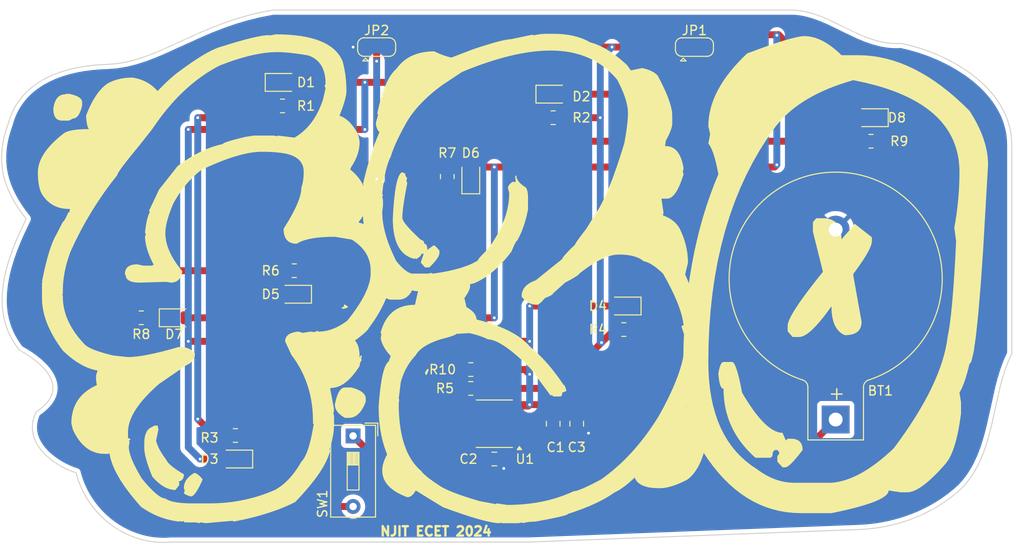
<source format=kicad_pcb>
(kicad_pcb (version 20240108) (generator "pcbnew") (generator_version "8.0")
  (title_block (title "430 Badge Solder Practice Board") (date "2024-10-02") (rev "1.0") (company "NJIT ECET 430") (comment 1 "Open Source Hardware CC BY-NC-SA 4.0"))
  (layers (0 "F.Cu" signal) (31 "B.Cu" signal) (34 "B.Paste" user) (35 "F.Paste" user) (36 "B.SilkS" user "B.Silkscreen") (37 "F.SilkS" user "F.Silkscreen") (38 "B.Mask" user) (39 "F.Mask" user) (44 "Edge.Cuts" user))
  (net 0 "")
  (net 1 "GND")
  (net 2 "VCC")
  (net 3 "/TR")
  (net 4 "Net-(D1-K)")
  (net 5 "Net-(D2-K)")
  (net 6 "Net-(D3-K)")
  (net 7 "Net-(D4-K)")
  (net 8 "Net-(D5-K)")
  (net 9 "Net-(D6-K)")
  (net 10 "Net-(D7-K)")
  (net 11 "Net-(D8-K)")
  (net 12 "/PULSE")
  (net 14 "Net-(U1-DIS)")
  (net 15 "/PULSE2H")
  (net 16 "/PULSE2L")
  (net 17 "/BAT")
  (footprint "Button_Switch_THT:SW_DIP_SPSTx01_Slide_9.78x4.72mm_W7.62mm_P2.54mm" (layer "F.Cu") (at 74.93 74.9725 -90)
    (property "Reference" "SW1")
    (property "Value" "SW_SPST")
  )
  (footprint "LED_SMD:LED_0805_2012Metric_Pad1.15x1.40mm_HandSolder" (layer "F.Cu") (at 68.58 59.69 180)
    (property "Reference" "D5")
    (property "Value" "green")
  )
  (footprint "LED_SMD:LED_0805_2012Metric_Pad1.15x1.40mm_HandSolder" (layer "F.Cu") (at 55.88 62.23)
    (property "Reference" "D7")
    (property "Value" "green")
  )
  (footprint "Resistor_SMD:R_0805_2012Metric_Pad1.20x1.40mm_HandSolder" (layer "F.Cu") (at 87.63 67.818 180)
    (property "Reference" "R10")
    (property "Value" "R")
  )
  (footprint "Resistor_SMD:R_0805_2012Metric_Pad1.20x1.40mm_HandSolder" (layer "F.Cu") (at 104.14 63.5 180)
    (property "Reference" "R4")
    (property "Value" "470")
  )
  (footprint "LED_SMD:LED_0805_2012Metric_Pad1.15x1.40mm_HandSolder" (layer "F.Cu") (at 130.81 40.64 180)
    (property "Reference" "D8")
    (property "Value" "green")
  )
  (footprint "LED_SMD:LED_0805_2012Metric_Pad1.15x1.40mm_HandSolder" (layer "F.Cu") (at 104.14 60.96 180)
    (property "Reference" "D4")
    (property "Value" "red")
  )
  (footprint "Resistor_SMD:R_0805_2012Metric_Pad1.20x1.40mm_HandSolder" (layer "F.Cu") (at 96.52 40.64)
    (property "Reference" "R2")
    (property "Value" "470")
  )
  (footprint "Capacitor_SMD:C_0805_2012Metric_Pad1.18x1.45mm_HandSolder" (layer "F.Cu") (at 96.52 73.66 -90)
    (property "Reference" "C1")
    (property "Value" "1uF")
  )
  (footprint "LED_SMD:LED_0805_2012Metric_Pad1.15x1.40mm_HandSolder" (layer "F.Cu") (at 96.52 38.1)
    (property "Reference" "D2")
    (property "Value" "red")
  )
  (footprint "Jumper:SolderJumper-3_P1.3mm_Bridged12_RoundedPad1.0x1.5mm" (layer "F.Cu") (at 111.76 33.02)
    (property "Reference" "JP1")
    (property "Value" "SolderJumper_3_Bridged12")
  )
  (footprint "Battery:BatteryHolder_Keystone_103_1x20mm" (layer "F.Cu") (at 126.999999 73.21 90)
    (property "Reference" "BT1")
    (property "Value" "Battery_Cell")
  )
  (footprint "LED_SMD:LED_0805_2012Metric_Pad1.15x1.40mm_HandSolder" (layer "F.Cu") (at 67.31 36.83)
    (property "Reference" "D1")
    (property "Value" "red")
  )
  (footprint "Capacitor_SMD:C_0805_2012Metric_Pad1.18x1.45mm_HandSolder" (layer "F.Cu") (at 99.06 73.66 -90)
    (property "Reference" "C3")
    (property "Value" "100nF")
  )
  (footprint "Package_SO:SOIC-8_3.9x4.9mm_P1.27mm" (layer "F.Cu") (at 90.17 73.66 180)
    (property "Reference" "U1")
    (property "Value" "LMC555xM")
  )
  (footprint "Resistor_SMD:R_0805_2012Metric_Pad1.20x1.40mm_HandSolder" (layer "F.Cu") (at 87.63 69.85)
    (property "Reference" "R5")
    (property "Value" "R")
  )
  (footprint "Capacitor_SMD:C_0805_2012Metric_Pad1.18x1.45mm_HandSolder" (layer "F.Cu") (at 90.17 77.47)
    (property "Reference" "C2")
    (property "Value" "C")
  )
  (footprint "Resistor_SMD:R_0805_2012Metric_Pad1.20x1.40mm_HandSolder" (layer "F.Cu") (at 85.09 46.99 90)
    (property "Reference" "R7")
    (property "Value" "390")
  )
  (footprint "LED_SMD:LED_0805_2012Metric_Pad1.15x1.40mm_HandSolder" (layer "F.Cu") (at 62.23 77.47 180)
    (property "Reference" "D3")
    (property "Value" "red")
  )
  (footprint "Resistor_SMD:R_0805_2012Metric_Pad1.20x1.40mm_HandSolder" (layer "F.Cu") (at 130.81 43.18 180)
    (property "Reference" "R9")
    (property "Value" "390")
  )
  (footprint "Jumper:SolderJumper-3_P1.3mm_Bridged12_RoundedPad1.0x1.5mm" (layer "F.Cu") (at 77.47 33.02)
    (property "Reference" "JP2")
    (property "Value" "SolderJumper_3_Bridged12")
  )
  (footprint "Resistor_SMD:R_0805_2012Metric_Pad1.20x1.40mm_HandSolder" (layer "F.Cu") (at 68.58 57.15 180)
    (property "Reference" "R6")
    (property "Value" "390")
  )
  (footprint "Resistor_SMD:R_0805_2012Metric_Pad1.20x1.40mm_HandSolder" (layer "F.Cu") (at 62.23 74.93 180)
    (property "Reference" "R3")
    (property "Value" "470")
  )
  (footprint "Resistor_SMD:R_0805_2012Metric_Pad1.20x1.40mm_HandSolder" (layer "F.Cu") (at 67.31 39.37)
    (property "Reference" "R1")
    (property "Value" "470")
  )
  (footprint "LED_SMD:LED_0805_2012Metric_Pad1.15x1.40mm_HandSolder" (layer "F.Cu") (at 87.63 46.99 90)
    (property "Reference" "D6")
    (property "Value" "green")
  )
  (footprint "Resistor_SMD:R_0805_2012Metric_Pad1.20x1.40mm_HandSolder" (layer "F.Cu") (at 52.07 62.23 180)
    (property "Reference" "R8")
    (property "Value" "390")
  )
  (gr_poly (pts (xy 96.851127 31.591862) (xy 97.140123 31.602609) (xy 97.422605 31.620522) (xy 97.698574 31.645599) (xy 97.968029 31.677841) (xy 98.230971 31.717249) (xy 98.487398 31.763821) (xy 98.737312 31.817558) (xy 98.980712 31.878459) (xy 99.217599 31.946525) (xy 99.447971 32.021756) (xy 99.67183 32.104151) (xy 99.889175 32.193711) (xy 100.100006 32.290436) (xy 100.304324 32.394325) (xy 100.502127 32.505378) (xy 100.735973 32.570422) (xy 100.97199 32.647407) (xy 101.210178 32.736332) (xy 101.450538 32.837196) (xy 101.693069 32.950001) (xy 101.937771 33.074746) (xy 102.184645 33.211432) (xy 102.43369 33.360057) (xy 102.684906 33.520622) (xy 102.938294 33.693128) (xy 103.193853 33.877574) (xy 103.451583 34.073959) (xy 103.711485 34.282285) (xy 103.973558 34.502551) (xy 104.237802 34.734757) (xy 104.504218 34.978904) (xy 104.893317 35.534873) (xy 106.116179 35.284781) (xy 106.26285 35.317347) (xy 106.404093 35.352518) (xy 106.539908 35.390296) (xy 106.670294 35.43068) (xy 106.795252 35.47367) (xy 106.914781 35.519267) (xy 107.028882 35.56747) (xy 107.137555 35.618279) (xy 107.240799 35.671695) (xy 107.338616 35.727718) (xy 107.431004 35.786348) (xy 107.517964 35.847584) (xy 107.599496 35.911427) (xy 107.675599 35.977877) (xy 107.746275 36.046934) (xy 107.811522 36.118598) (xy 108.176297 36.823823) (xy 108.492435 37.480411) (xy 108.759935 38.088362) (xy 108.875446 38.374099) (xy 108.978799 38.647677) (xy 109.069992 38.909096) (xy 109.149026 39.158356) (xy 109.2159 39.395457) (xy 109.270616 39.620399) (xy 109.313173 39.833183) (xy 109.34357 40.033808) (xy 109.361809 40.222274) (xy 109.367888 40.398581) (xy 109.284514 40.398581) (xy 109.367888 40.48197) (xy 109.367888 41.232413) (xy 109.365174 41.314715) (xy 109.357032 41.401792) (xy 109.343462 41.493646) (xy 109.324463 41.590275) (xy 109.300036 41.691679) (xy 109.270181 41.797859) (xy 109.234898 41.908815) (xy 109.194186 42.024546) (xy 109.148046 42.145052) (xy 109.096477 42.270334) (xy 109.03948 42.400391) (xy 108.977054 42.535224) (xy 108.909199 42.674831) (xy 108.835916 42.819214) (xy 108.757205 42.968372) (xy 108.673064 43.122305) (xy 108.58969 43.705832) (xy 108.673064 43.705832) (xy 108.767488 43.708166) (xy 108.859686 43.715168) (xy 108.949659 43.726839) (xy 109.037406 43.743178) (xy 109.122927 43.764185) (xy 109.206223 43.789861) (xy 109.287294 43.820205) (xy 109.366138 43.855217) (xy 109.442757 43.894898) (xy 109.517151 43.939247) (xy 109.589319 43.988264) (xy 109.659261 44.041949) (xy 109.726977 44.100303) (xy 109.792468 44.163325) (xy 109.855734 44.231015) (xy 109.916774 44.303374) (xy 109.975588 44.3804) (xy 110.032176 44.462096) (xy 110.086539 44.548459) (xy 110.138677 44.639491) (xy 110.188588 44.735191) (xy 110.236275 44.835559) (xy 110.281735 44.940596) (xy 110.32497 45.050301) (xy 110.365979 45.164674) (xy 110.404763 45.283716) (xy 110.441321 45.407425) (xy 110.475654 45.535804) (xy 110.537642 45.806565) (xy 110.590728 46.095999) (xy 110.507354 46.512808) (xy 110.590728 46.735342) (xy 110.489331 47.055059) (xy 110.386631 47.35415) (xy 110.282628 47.632613) (xy 110.177322 47.890451) (xy 110.070713 48.127661) (xy 109.9628 48.344245) (xy 109.853585 48.540202) (xy 109.743068 48.715532) (xy 109.631247 48.870235) (xy 109.518123 49.004311) (xy 109.403697 49.11776) (xy 109.287968 49.210583) (xy 109.170936 49.282778) (xy 109.052602 49.334346) (xy 108.932965 49.365286) (xy 108.812026 49.3756) (xy 108.200606 49.3756) (xy 108.422927 50.876363) (xy 108.367156 51.182241) (xy 108.544007 51.250676) (xy 108.713258 51.323883) (xy 108.87491 51.401861) (xy 109.028962 51.484611) (xy 109.175414 51.572133) (xy 109.314267 51.664426) (xy 109.445521 51.761491) (xy 109.569175 51.863328) (xy 109.685229 51.969937) (xy 109.793683 52.081317) (xy 109.894538 52.19747) (xy 109.987794 52.318394) (xy 110.07345 52.444091) (xy 110.151506 52.574559) (xy 110.221962 52.7098) (xy 110.284819 52.849813) (xy 110.379054 53.061946) (xy 110.46721 53.274513) (xy 110.549285 53.487514) (xy 110.625281 53.70095) (xy 110.695197 53.91482) (xy 110.759034 54.129123) (xy 110.816791 54.343861) (xy 110.868468 54.559034) (xy 110.914066 54.77464) (xy 110.953583 54.99068) (xy 110.987022 55.207155) (xy 111.01438 55.424064) (xy 111.035659 55.641407) (xy 111.050858 55.859184) (xy 111.059978 56.077395) (xy 111.063018 56.296041) (xy 110.757277 57.546651) (xy 111.813384 60.020192) (xy 112.067421 60.7315) (xy 112.287587 61.392432) (xy 112.473881 62.002989) (xy 112.626303 62.563172) (xy 112.744854 63.072983) (xy 112.829533 63.532422) (xy 112.859171 63.743252) (xy 112.880341 63.94149) (xy 112.893043 64.127136) (xy 112.897277 64.300189) (xy 112.813903 64.300189) (xy 112.980681 65.106158) (xy 112.674941 66.690387) (xy 112.758315 66.940479) (xy 112.540754 67.619226) (xy 112.318851 68.279731) (xy 112.092604 68.921992) (xy 111.862016 69.546012) (xy 111.627084 70.151792) (xy 111.387811 70.739332) (xy 111.144196 71.308634) (xy 110.896239 71.859699) (xy 110.945092 71.861951) (xy 110.99438 71.868709) (xy 111.044101 71.879972) (xy 111.094258 71.89574) (xy 111.144848 71.916014) (xy 111.195873 71.940793) (xy 111.247332 71.970077) (xy 111.299225 72.003866) (xy 111.351553 72.042161) (xy 111.404315 72.084961) (xy 111.457511 72.132267) (xy 111.511141 72.184077) (xy 111.565206 72.240393) (xy 111.619705 72.301215) (xy 111.674638 72.366542) (xy 111.730006 72.436374) (xy 111.785808 72.510712) (xy 111.842044 72.589555) (xy 111.955819 72.760757) (xy 112.07133 72.949981) (xy 112.188579 73.157227) (xy 112.307564 73.382495) (xy 112.428286 73.625785) (xy 112.550745 73.887096) (xy 112.674941 74.166431) (xy 112.746604 74.450449) (xy 112.808711 74.71883) (xy 112.861263 74.971575) (xy 112.904259 75.208682) (xy 112.937701 75.430151) (xy 112.961587 75.635981) (xy 112.975919 75.826171) (xy 112.980696 76.00072) (xy 112.901227 76.331075) (xy 112.815678 76.648187) (xy 112.72405 76.952055) (xy 112.626342 77.242678) (xy 112.522554 77.520058) (xy 112.412687 77.784195) (xy 112.29674 78.035087) (xy 112.174714 78.272735) (xy 112.046608 78.497139) (xy 111.912423 78.708299) (xy 111.772158 78.906215) (xy 111.625814 79.090887) (xy 111.47339 79.262314) (xy 111.314888 79.420498) (xy 111.150305 79.565437) (xy 110.979644 79.697131) (xy 110.763058 79.808196) (xy 110.551033 79.912094) (xy 110.343568 80.008828) (xy 110.140662 80.098396) (xy 109.942317 80.180798) (xy 109.748532 80.256035) (xy 109.559306 80.324107) (xy 109.37464 80.385013) (xy 109.194534 80.438754) (xy 109.018988 80.485329) (xy 108.848001 80.524739) (xy 108.681574 80.556983) (xy 108.519707 80.582062) (xy 108.362399 80.599976) (xy 108.20965 80.610724) (xy 108.061461 80.614307) (xy 107.894667 80.614307) (xy 107.640413 80.610072) (xy 107.398753 80.59737) (xy 107.169685 80.576198) (xy 106.953211 80.546559) (xy 106.74933 80.508452) (xy 106.558041 80.461876) (xy 106.379347 80.406833) (xy 106.213245 80.343322) (xy 106.059737 80.271344) (xy 105.918822 80.190898) (xy 105.7905 80.101984) (xy 105.674771 80.004604) (xy 105.571636 79.898757) (xy 105.481094 79.784442) (xy 105.403146 79.661661) (xy 105.33779 79.530414) (xy 105.33779 79.44704) (xy 105.02339 79.740153) (xy 104.719412 80.008081) (xy 104.571331 80.1326) (xy 104.425855 80.250823) (xy 104.282985 80.362749) (xy 104.14272 80.468379) (xy 104.005061 80.567713) (xy 103.870007 80.66075) (xy 103.737559 80.747491) (xy 103.607716 80.827935) (xy 103.480479 80.902083) (xy 103.355848 80.969935) (xy 103.233822 81.03149) (xy 103.114402 81.086749) (xy 102.892933 81.242321) (xy 102.659304 81.396372) (xy 102.413517 81.548903) (xy 102.15557 81.699913) (xy 101.885464 81.849403) (xy 101.603199 81.997373) (xy 101.308774 82.143823) (xy 101.00219 82.288753) (xy 100.683447 82.432163) (xy 100.352545 82.574053) (xy 100.009484 82.714423) (xy 99.654264 82.853274) (xy 98.907346 83.126416) (xy 98.111792 83.393481) (xy 98.108318 83.406061) (xy 98.097896 83.41951) (xy 98.080526 83.433829) (xy 98.056208 83.449017) (xy 97.986728 83.482001) (xy 97.889455 83.518462) (xy 97.76439 83.558402) (xy 97.611534 83.601818) (xy 97.430885 83.648713) (xy 97.222443 83.699085) (xy 96.98621 83.752934) (xy 96.722185 83.810261) (xy 96.110757 83.935348) (xy 95.388161 84.074345) (xy 94.554396 84.227252) (xy 94.363755 84.229856) (xy 94.180931 84.237667) (xy 94.005925 84.250687) (xy 93.838735 84.268916) (xy 93.679363 84.292355) (xy 93.527809 84.321005) (xy 93.384072 84.354866) (xy 93.248152 84.393939) (xy 93.164771 84.310565) (xy 92.775664 84.393939) (xy 90.941367 84.393939) (xy 90.857993 84.310565) (xy 90.774611 84.393939) (xy 90.574746 84.387208) (xy 90.350346 84.367016) (xy 90.10141 84.333361) (xy 89.827939 84.286245) (xy 89.529932 84.225666) (xy 89.20739 84.151626) (xy 88.860312 84.064124) (xy 88.488699 83.963161) (xy 87.671866 83.720848) (xy 86.756891 83.424688) (xy 85.743773 83.07468) (xy 84.632514 82.670825) (xy 81.686538 80.864368) (xy 81.637356 80.951857) (xy 81.587089 81.033703) (xy 81.535737 81.109905) (xy 81.483299 81.180464) (xy 81.429776 81.245378) (xy 81.375168 81.304649) (xy 81.319474 81.358275) (xy 81.262695 81.406257) (xy 81.204831 81.448595) (xy 81.145881 81.485287) (xy 81.085846 81.516336) (xy 81.024726 81.541739) (xy 80.962521 81.561498) (xy 80.89923 81.575611) (xy 80.834854 81.584079) (xy 80.769393 81.586902) (xy 80.442942 81.458361) (xy 80.137553 81.322872) (xy 79.853225 81.180436) (xy 79.589959 81.031051) (xy 79.347754 80.874718) (xy 79.12661 80.711437) (xy 78.926528 80.541209) (xy 78.747507 80.364032) (xy 78.589547 80.179907) (xy 78.452649 79.988835) (xy 78.392098 79.890693) (xy 78.336812 79.790814) (xy 78.286791 79.689198) (xy 78.242036 79.585845) (xy 78.202546 79.480755) (xy 78.168322 79.373929) (xy 78.139363 79.265365) (xy 78.115669 79.155064) (xy 78.09724 79.043026) (xy 78.084077 78.929251) (xy 78.073546 78.696491) (xy 78.075609 78.598575) (xy 78.081797 78.499356) (xy 78.092111 78.398833) (xy 78.10655 78.297006) (xy 78.125114 78.193876) (xy 78.147804 78.089442) (xy 78.17462 77.983704) (xy 78.205561 77.876662) (xy 78.240628 77.768318) (xy 78.279821 77.658669) (xy 78.323139 77.547717) (xy 78.370583 77.435462) (xy 78.422152 77.321903) (xy 78.477847 77.207041) (xy 78.537668 77.090876) (xy 78.601615 76.973407) (xy 78.490555 76.692556) (xy 78.38666 76.405842) (xy 78.28993 76.113265) (xy 78.200365 75.814825) (xy 78.117965 75.510522) (xy 78.042731 75.200357) (xy 77.974661 74.884329) (xy 77.913757 74.562438) (xy 77.860018 74.234685) (xy 77.813444 73.901069) (xy 77.774035 73.561591) (xy 77.741792 73.21625) (xy 77.716714 72.865047) (xy 77.6988 72.507981) (xy 77.688053 72.145054) (xy 77.68447 71.776263) (xy 77.768289 70.758375) (xy 77.866871 69.858601) (xy 77.980216 69.076943) (xy 78.042425 68.730408) (xy 78.108324 68.413402) (xy 78.177913 68.125925) (xy 78.251194 67.867978) (xy 78.328165 67.63956) (xy 78.408826 67.440672) (xy 78.493178 67.271314) (xy 78.581221 67.131485) (xy 78.672954 67.021186) (xy 78.768378 66.940418) (xy 78.990699 66.35686) (xy 78.882242 66.238746) (xy 78.779214 66.12063) (xy 78.681614 66.002514) (xy 78.589443 65.884398) (xy 78.5027 65.766281) (xy 78.421385 65.648164) (xy 78.345499 65.530047) (xy 78.275041 65.411929) (xy 78.210012 65.293812) (xy 78.150411 65.175695) (xy 78.096238 65.057578) (xy 78.047493 64.939461) (xy 78.004177 64.821345) (xy 77.966289 64.703229) (xy 77.93383 64.585113) (xy 77.906798 64.466998) (xy 77.990157 63.966815) (xy 77.906798 63.883441) (xy 77.906798 63.800067) (xy 78.015687 63.439962) (xy 78.140861 63.10309) (xy 78.209554 62.943366) (xy 78.282319 62.789449) (xy 78.359154 62.641341) (xy 78.440061 62.499041) (xy 78.525039 62.36255) (xy 78.614088 62.231866) (xy 78.707209 62.10699) (xy 78.8044 61.987923) (xy 78.905663 61.874663) (xy 79.010996 61.767212) (xy 79.120401 61.665569) (xy 79.233877 61.569734) (xy 79.351424 61.479707) (xy 79.473042 61.395488) (xy 79.598731 61.317077) (xy 79.728492 61.244475) (xy 79.862323 61.177681) (xy 80.000226 61.116694) (xy 80.1422 61.061516) (xy 80.288245 61.012147) (xy 80.438361 60.968585) (xy 80.592548 60.930832) (xy 80.750806 60.898886) (xy 80.913135 60.872749) (xy 81.079536 60.852421) (xy 81.250007 60.8379) (xy 81.603163 60.826284) (xy 81.936675 59.353292) (xy 81.68653 59.353292) (xy 81.297415 59.269887) (xy 81.229888 59.391046) (xy 81.15932 59.504388) (xy 81.085714 59.609914) (xy 81.009067 59.707623) (xy 80.929381 59.797516) (xy 80.846656 59.879592) (xy 80.760891 59.953852) (xy 80.716869 59.988051) (xy 80.672086 60.020295) (xy 80.626544 60.050586) (xy 80.580242 60.078922) (xy 80.533181 60.105304) (xy 80.485359 60.129732) (xy 80.436777 60.152205) (xy 80.387436 60.172725) (xy 80.337334 60.19129) (xy 80.286473 60.207901) (xy 80.234851 60.222558) (xy 80.18247 60.23526) (xy 80.129329 60.246008) (xy 80.075428 60.254802) (xy 80.020767 60.261642) (xy 79.965346 60.266528) (xy 79.852225 60.270437) (xy 78.907286 60.270437) (xy 78.695262 60.201019) (xy 78.496917 60.124876) (xy 78.31225 60.042008) (xy 78.141263 59.952416) (xy 77.983955 59.856098) (xy 77.840326 59.753054) (xy 77.710376 59.643286) (xy 77.65053 59.58588) (xy 77.594105 59.526792) (xy 77.541099 59.466023) (xy 77.491512 59.403572) (xy 77.445346 59.33944) (xy 77.402599 59.273627) (xy 77.363272 59.206132) (xy 77.327365 59.136956) (xy 77.294878 59.066098) (xy 77.26581 58.993559) (xy 77.240162 58.919338) (xy 77.217934 58.843436) (xy 77.199125 58.765853) (xy 77.183736 58.686588) (xy 77.171767 58.605641) (xy 77.163218 58.523013) (xy 77.156378 58.352712) (xy 77.156378 58.019277) (xy 77.158224 57.892696) (xy 77.163761 57.770023) (xy 77.172988 57.651258) (xy 77.185907 57.5364) (xy 77.202517 57.425449) (xy 77.222818 57.318407) (xy 77.246811 57.215272) (xy 77.274494 57.116044) (xy 77.305869 57.020725) (xy 77.340934 56.929313) (xy 77.379691 56.84181) (xy 77.422139 56.758214) (xy 77.468279 56.678526) (xy 77.518109 56.602746) (xy 77.571631 56.530874) (xy 77.628844 56.462911) (xy 77.430281 56.080222) (xy 77.244529 55.703397) (xy 77.071588 55.332434) (xy 76.911457 54.967334) (xy 76.764136 54.608097) (xy 76.629626 54.254723) (xy 76.507927 53.907212) (xy 76.399038 53.565564) (xy 76.30296 53.229779) (xy 76.219692 52.899857) (xy 76.149234 52.575798) (xy 76.091587 52.257602) (xy 76.046751 51.945269) (xy 76.014725 51.638798) (xy 75.995509 51.338191) (xy 75.989104 51.043447) (xy 76.072463 50.793355) (xy 75.989104 50.709981) (xy 75.989104 50.626577) (xy 76.072463 50.543203) (xy 75.989104 50.126394) (xy 75.989104 49.709584) (xy 76.072463 49.62621) (xy 75.989104 49.542806) (xy 75.989104 49.459432) (xy 76.072463 49.20934) (xy 76.043786 48.874685) (xy 78.073485 48.874685) (xy 78.073752 48.875051) (xy 78.157119 48.958455) (xy 78.157119 49.041829) (xy 78.073752 49.125203) (xy 78.157119 49.542043) (xy 78.157119 50.12557) (xy 78.073752 50.79247) (xy 78.079723 51.086895) (xy 78.097636 51.38653) (xy 78.127491 51.691377) (xy 78.169288 52.001435) (xy 78.223026 52.316703) (xy 78.288707 52.637183) (xy 78.36633 52.962874) (xy 78.455894 53.293775) (xy 78.557401 53.629887) (xy 78.67085 53.971209) (xy 78.79624 54.317742) (xy 78.933573 54.669485) (xy 79.082848 55.026439) (xy 79.244064 55.388603) (xy 79.417223 55.755976) (xy 79.602324 56.12856) (xy 79.73955 56.290107) (xy 79.873301 56.441231) (xy 80.003578 56.581934) (xy 80.130381 56.712214) (xy 80.253709 56.832072) (xy 80.373564 56.941508) (xy 80.489944 57.040522) (xy 80.602851 57.129113) (xy 80.712283 57.207282) (xy 80.818241 57.275029) (xy 80.920726 57.332353) (xy 81.019737 57.379255) (xy 81.115273 57.415734) (xy 81.207336 57.441791) (xy 81.295926 57.457425) (xy 81.381041 57.462636) (xy 83.076369 57.462636) (xy 83.382117 57.379232) (xy 83.465476 57.462636) (xy 83.548835 57.462636) (xy 84.34178 57.343277) (xy 85.080879 57.207399) (xy 85.766131 57.055001) (xy 86.397536 56.886083) (xy 86.693046 56.795429) (xy 86.975094 56.700646) (xy 87.24368 56.601732) (xy 87.498804 56.498689) (xy 87.740466 56.391516) (xy 87.968666 56.280213) (xy 88.183404 56.16478) (xy 88.384681 56.045217) (xy 88.385739 56.033928) (xy 88.388914 56.020903) (xy 88.394207 56.00614) (xy 88.401616 55.98964) (xy 88.422786 55.951429) (xy 88.452424 55.906268) (xy 88.490529 55.854159) (xy 88.537103 55.795102) (xy 88.592144 55.729096) (xy 88.655654 55.656141) (xy 88.727631 55.576237) (xy 88.808076 55.489384) (xy 88.896989 55.395583) (xy 88.99437 55.294833) (xy 89.100219 55.187135) (xy 89.214536 55.072488) (xy 89.468573 54.822347) (xy 89.747908 54.433797) (xy 90.009221 54.046333) (xy 90.252512 53.659955) (xy 90.477782 53.274664) (xy 90.68503 52.890459) (xy 90.874257 52.50734) (xy 91.045462 52.125307) (xy 91.198645 51.744359) (xy 91.333807 51.364498) (xy 91.450948 50.985722) (xy 91.550066 50.608031) (xy 91.631163 50.231426) (xy 91.694239 49.855907) (xy 91.739293 49.481473) (xy 91.766325 49.108124) (xy 91.775336 48.73586) (xy 91.636374 48.235707) (xy 91.636836 48.216536) (xy 91.63822 48.197258) (xy 91.640527 48.177871) (xy 91.643757 48.158377) (xy 91.647909 48.138775) (xy 91.652985 48.119066) (xy 91.665904 48.079324) (xy 91.682515 48.039151) (xy 91.702816 47.998547) (xy 91.726809 47.957513) (xy 91.754493 47.916047) (xy 91.785869 47.874151) (xy 91.820935 47.831824) (xy 91.859693 47.789066) (xy 91.902141 47.745876) (xy 91.948281 47.702256) (xy 91.998112 47.658205) (xy 92.051634 47.613722) (xy 92.108847 47.568808) (xy 92.470122 47.568808) (xy 92.470122 47.485434) (xy 92.414359 46.901907) (xy 92.553321 46.901907) (xy 92.554298 46.941837) (xy 92.557229 46.981712) (xy 92.562114 47.021532) (xy 92.568954 47.061298) (xy 92.577747 47.101008) (xy 92.588495 47.140664) (xy 92.601197 47.180266) (xy 92.615853 47.219812) (xy 92.632463 47.259304) (xy 92.651027 47.298742) (xy 92.671545 47.338124) (xy 92.694018 47.377452) (xy 92.744825 47.455943) (xy 92.803449 47.534216) (xy 92.86989 47.612269) (xy 92.944147 47.690104) (xy 93.026221 47.76772) (xy 93.116111 47.845117) (xy 93.213818 47.922295) (xy 93.319342 47.999255) (xy 93.432682 48.075995) (xy 93.553839 48.152517) (xy 93.58413 48.192813) (xy 93.612467 48.237232) (xy 93.63885 48.285773) (xy 93.663278 48.338438) (xy 93.685752 48.395225) (xy 93.706272 48.456136) (xy 93.724837 48.521169) (xy 93.741448 48.590326) (xy 93.756105 48.663605) (xy 93.768808 48.741008) (xy 93.779556 48.822534) (xy 93.78835 48.908183) (xy 93.79519 48.997955) (xy 93.800076 49.091851) (xy 93.803007 49.18987) (xy 93.803984 49.292012) (xy 93.803984 50.542623) (xy 93.70063 51.032901) (xy 93.585118 51.503201) (xy 93.457447 51.953524) (xy 93.317617 52.38387) (xy 93.165629 52.794241) (xy 93.001484 53.184637) (xy 92.82518 53.555059) (xy 92.732468 53.73278) (xy 92.636718 53.905507) (xy 92.627707 53.906647) (xy 92.618045 53.910067) (xy 92.607732 53.915767) (xy 92.596768 53.923746) (xy 92.585152 53.934006) (xy 92.572884 53.946545) (xy 92.559965 53.961364) (xy 92.546395 53.978463) (xy 92.532174 53.997842) (xy 92.5173 54.019501) (xy 92.4856 54.069659) (xy 92.451294 54.128935) (xy 92.414383 54.197332) (xy 92.374866 54.274848) (xy 92.332743 54.361483) (xy 92.288015 54.457238) (xy 92.240681 54.562112) (xy 92.190741 54.676106) (xy 92.138197 54.799219) (xy 92.083046 54.931452) (xy 92.02529 55.072805) (xy 91.778091 55.392414) (xy 91.529807 55.698127) (xy 91.280437 55.989944) (xy 91.029982 56.267866) (xy 90.778441 56.531892) (xy 90.525814 56.782021) (xy 90.272101 57.018256) (xy 90.017303 57.240594) (xy 89.761419 57.449037) (xy 89.50445 57.643584) (xy 89.246395 57.824236) (xy 88.987254 57.990992) (xy 88.727027 58.143853) (xy 88.465715 58.282818) (xy 88.203317 58.407889) (xy 87.939833 58.519063) (xy 87.550727 58.602437) (xy 87.550727 58.852529) (xy 87.548338 58.903033) (xy 87.541173 58.957224) (xy 87.529231 59.015103) (xy 87.512512 59.076669) (xy 87.491016 59.141923) (xy 87.464744 59.210865) (xy 87.433695 59.283496) (xy 87.397869 59.359815) (xy 87.357266 59.439822) (xy 87.311887 59.523519) (xy 87.261731 59.610904) (xy 87.206798 59.701978) (xy 87.147088 59.796741) (xy 87.082602 59.895195) (xy 87.013339 59.997337) (xy 86.939299 60.10317) (xy 87.161612 61.075856) (xy 87.292865 61.152758) (xy 87.41565 61.230522) (xy 87.529966 61.30915) (xy 87.635815 61.388641) (xy 87.733196 61.468996) (xy 87.822109 61.550214) (xy 87.902555 61.632296) (xy 87.974532 61.715242) (xy 88.038041 61.799051) (xy 88.093083 61.883724) (xy 88.139656 61.96926) (xy 88.177762 62.055661) (xy 88.207399 62.142925) (xy 88.228569 62.231054) (xy 88.241271 62.320046) (xy 88.245505 62.409902) (xy 88.756624 62.541916) (xy 89.247767 62.680878) (xy 89.718933 62.826788) (xy 90.170124 62.979646) (xy 90.601339 63.139452) (xy 91.012577 63.306207) (xy 91.40384 63.47991) (xy 91.775127 63.660561) (xy 92.126438 63.84816) (xy 92.457773 64.042708) (xy 92.769132 64.244204) (xy 93.060516 64.452649) (xy 93.331923 64.668043) (xy 93.583354 64.890384) (xy 93.81481 65.119675) (xy 94.02629 65.355914) (xy 94.265129 65.554367) (xy 94.502232 65.760637) (xy 94.737598 65.974725) (xy 94.971227 66.19663) (xy 95.203119 66.426353) (xy 95.433274 66.663892) (xy 95.661692 66.909248) (xy 95.888373 67.162421) (xy 96.113317 67.423411) (xy 96.336524 67.692218) (xy 96.557995 67.96884) (xy 96.777728 68.253279) (xy 96.995724 68.545535) (xy 97.211982 68.845606) (xy 97.426504 69.153493) (xy 97.639289 69.469196) (xy 97.649683 69.469847) (xy 97.660023 69.471801) (xy 97.670309 69.475057) (xy 97.68054 69.479615) (xy 97.690718 69.485477) (xy 97.700841 69.49264) (xy 97.71091 69.501107) (xy 97.720925 69.510875) (xy 97.730886 69.521947) (xy 97.740793 69.534321) (xy 97.750645 69.547997) (xy 97.760444 69.562976) (xy 97.770188 69.579257) (xy 97.779878 69.596841) (xy 97.789514 69.615728) (xy 97.799096 69.635917) (xy 97.808624 69.657409) (xy 97.818097 69.680203) (xy 97.827516 69.7043) (xy 97.836882 69.729699) (xy 97.846193 69.756401) (xy 97.85545 69.784406) (xy 97.873802 69.844323) (xy 97.891937 69.90945) (xy 97.909856 69.979788) (xy 97.927558 70.055337) (xy 97.945044 70.136096) (xy 97.500342 70.302814) (xy 97.499365 70.353285) (xy 97.496433 70.4005) (xy 97.491547 70.44446) (xy 97.484707 70.485163) (xy 97.475912 70.522611) (xy 97.465163 70.556802) (xy 97.45246 70.587738) (xy 97.437802 70.615417) (xy 97.42974 70.628035) (xy 97.42119 70.63984) (xy 97.412151 70.65083) (xy 97.402624 70.661006) (xy 97.392608 70.670369) (xy 97.382104 70.678917) (xy 97.371111 70.686651) (xy 97.359629 70.693571) (xy 97.347659 70.699677) (xy 97.3352 70.704969) (xy 97.322253 70.709446) (xy 97.308818 70.71311) (xy 97.294893 70.715959) (xy 97.280481 70.717995) (xy 97.265579 70.719216) (xy 97.25019 70.719623) (xy 96.555373 70.719623) (xy 96.333052 70.552905) (xy 96.249678 70.63631) (xy 94.109671 67.745898) (xy 93.726767 67.365388) (xy 93.35624 67.008978) (xy 92.998088 66.676668) (xy 92.652312 66.368459) (xy 92.318913 66.084351) (xy 91.99789 65.824344) (xy 91.689243 65.588438) (xy 91.392972 65.376632) (xy 91.109077 65.188927) (xy 90.837559 65.025323) (xy 90.578417 64.885821) (xy 90.331651 64.770419) (xy 90.097262 64.679118) (xy 89.875249 64.611919) (xy 89.665612 64.56882) (xy 89.468352 64.549823) (xy 89.254699 64.448219) (xy 89.030624 64.351828) (xy 88.796128 64.260649) (xy 88.55121 64.174682) (xy 88.295871 64.093926) (xy 88.03011 64.018381) (xy 87.753927 63.948046) (xy 87.467322 63.882922) (xy 86.077712 63.966296) (xy 86.065958 63.978632) (xy 86.051544 63.991348) (xy 86.014738 64.017921) (xy 85.967293 64.046017) (xy 85.909209 64.075635) (xy 85.840487 64.106775) (xy 85.761125 64.139439) (xy 85.671125 64.173625) (xy 85.570487 64.209335) (xy 85.459209 64.246567) (xy 85.337293 64.285323) (xy 85.204739 64.325602) (xy 85.061545 64.367405) (xy 84.907713 64.410731) (xy 84.743242 64.455581) (xy 84.382384 64.549854) (xy 84.124328 64.634733) (xy 83.878215 64.722655) (xy 83.644043 64.813619) (xy 83.421814 64.907624) (xy 83.211527 65.004671) (xy 83.013181 65.10476) (xy 82.826778 65.207891) (xy 82.652317 65.314063) (xy 82.489798 65.423277) (xy 82.33922 65.535533) (xy 82.200585 65.65083) (xy 82.073891 65.769169) (xy 81.95914 65.890549) (xy 81.856331 66.01497) (xy 81.765463 66.142433) (xy 81.686538 66.272937) (xy 81.546706 66.424271) (xy 81.412085 66.579514) (xy 81.282676 66.738666) (xy 81.158478 66.901727) (xy 81.039492 67.068697) (xy 80.925716 67.239575) (xy 80.817152 67.414363) (xy 80.713799 67.593059) (xy 80.615657 67.775664) (xy 80.522727 67.962178) (xy 80.435007 68.152601) (xy 80.352499 68.346933) (xy 80.275202 68.545173) (xy 80.203115 68.747323) (xy 80.13624 68.953381) (xy 80.074576 69.163348) (xy 79.852256 70.969867) (xy 79.908057 71.053272) (xy 79.852256 71.47005) (xy 79.861809 72.114159) (xy 79.89047 72.733299) (xy 79.938238 73.32747) (xy 80.005113 73.896672) (xy 80.091095 74.440904) (xy 80.196185 74.960167) (xy 80.320381 75.454461) (xy 80.463685 75.923785) (xy 80.626096 76.36814) (xy 80.807614 76.787525) (xy 81.008239 77.181941) (xy 81.227971 77.551386) (xy 81.466811 77.895862) (xy 81.724758 78.215367) (xy 82.001811 78.509903) (xy 82.297972 78.779468) (xy 82.341076 78.840713) (xy 82.393951 78.906298) (xy 82.456595 78.976225) (xy 82.529009 79.050492) (xy 82.611193 79.1291) (xy 82.703148 79.212049) (xy 82.804872 79.299338) (xy 82.916367 79.390968) (xy 83.037632 79.486938) (xy 83.168668 79.587249) (xy 83.309473 79.6919) (xy 83.460049 79.800892) (xy 83.620395 79.914224) (xy 83.790512 80.031896) (xy 83.970399 80.153908) (xy 84.160056 80.280261) (xy 84.300971 80.374926) (xy 84.459691 80.471327) (xy 84.636215 80.569466) (xy 84.830544 80.669342) (xy 85.042677 80.770955) (xy 85.272614 80.874305) (xy 85.520356 80.979392) (xy 85.785902 81.086215) (xy 86.069252 81.194775) (xy 86.370407 81.305072) (xy 87.02613 81.530874) (xy 87.753071 81.763622) (xy 88.55123 82.003314) (xy 90.329932 82.336749) (xy 90.413306 82.253375) (xy 91.552787 82.420123) (xy 92.053047 82.414369) (xy 92.54636 82.397107) (xy 93.032724 82.368336) (xy 93.512141 82.328057) (xy 93.984609 82.276269) (xy 94.45013 82.212974) (xy 94.908702 82.138171) (xy 95.360327 82.05186) (xy 95.805003 81.954041) (xy 96.242731 81.844715) (xy 96.673511 81.723881) (xy 97.097343 81.59154) (xy 97.514227 81.447691) (xy 97.924162 81.292335) (xy 98.32715 81.125471) (xy 98.723189 80.947101) (xy 98.799726 80.942215) (xy 98.890376 80.927559) (xy 98.995139 80.903131) (xy 99.114015 80.868932) (xy 99.247005 80.824963) (xy 99.394108 80.771223) (xy 99.555324 80.707711) (xy 99.730654 80.634429) (xy 99.920096 80.551376) (xy 100.123653 80.458553) (xy 100.341322 80.355959) (xy 100.573105 80.243594) (xy 101.079012 79.989553) (xy 101.641372 79.69643) (xy 102.082683 79.379862) (xy 102.517264 79.048528) (xy 102.945114 78.702429) (xy 103.366233 78.341564) (xy 103.780621 77.965934) (xy 104.188278 77.575539) (xy 104.589204 77.170379) (xy 104.983399 76.750453) (xy 105.370863 76.315763) (xy 105.751596 75.866307) (xy 106.125597 75.402087) (xy 106.492867 74.923102) (xy 106.853407 74.429352) (xy 107.207215 73.920838) (xy 107.554291 73.397559) (xy 107.894637 72.859515) (xy 108.460906 71.824678) (xy 108.964643 70.8324) (xy 109.405846 69.882682) (xy 109.784516 68.975524) (xy 109.950402 68.537905) (xy 110.100654 68.110925) (xy 110.235273 67.694585) (xy 110.354259 67.288885) (xy 110.457612 66.893824) (xy 110.545332 66.509403) (xy 110.617419 66.135621) (xy 110.673873 65.772479) (xy 110.812835 64.938709) (xy 110.811097 64.873366) (xy 110.805886 64.802376) (xy 110.7972 64.72574) (xy 110.78504 64.643456) (xy 110.769405 64.555525) (xy 110.750296 64.461948) (xy 110.727713 64.362723) (xy 110.701655 64.25785) (xy 110.672123 64.147331) (xy 110.639117 64.031164) (xy 110.562681 63.781888) (xy 110.472348 63.510022) (xy 110.368117 63.215566) (xy 110.368334 63.205309) (xy 110.368986 63.195377) (xy 110.370071 63.185772) (xy 110.371591 63.176491) (xy 110.373545 63.167537) (xy 110.375933 63.158908) (xy 110.378756 63.150605) (xy 110.382013 63.142627) (xy 110.385704 63.134975) (xy 110.389829 63.127648) (xy 110.394389 63.120648) (xy 110.399382 63.113972) (xy 110.40481 63.107623) (xy 110.410672 63.101599) (xy 110.416969 63.0959) (xy 110.423699 63.090528) (xy 110.430864 63.085481) (xy 110.438463 63.080759) (xy 110.446496 63.076363) (xy 110.454963 63.072293) (xy 110.463865 63.068548) (xy 110.473201 63.065129) (xy 110.48297 63.062036) (xy 110.493175 63.059268) (xy 110.503813 63.056826) (xy 110.514885 63.05471) (xy 110.526392 63.052919) (xy 110.538333 63.051453) (xy 110.550708 63.050314) (xy 110.563517 63.0495) (xy 110.57676 63.049011) (xy 110.590438 63.048848) (xy 110.5557 62.779497) (xy 110.507066 62.499506) (xy 110.444535 62.208877) (xy 110.368108 61.907609) (xy 110.277784 61.595703) (xy 110.173563 61.273157) (xy 110.055446 60.939973) (xy 109.923432 60.596151) (xy 109.777522 60.241689) (xy 109.617715 59.876589) (xy 109.444012 59.50085) (xy 109.256412 59.114473) (xy 109.054916 58.717456) (xy 108.839523 58.309801) (xy 108.610234 57.891508) (xy 108.367049 57.462575) (xy 108.212348 57.317315) (xy 108.060903 57.180307) (xy 107.912715 57.051549) (xy 107.767783 56.931042) (xy 107.626107 56.818787) (xy 107.487688 56.714782) (xy 107.352526 56.619029) (xy 107.22062 56.531526) (xy 107.091971 56.452274) (xy 106.966579 56.381273) (xy 106.844443 56.318522) (xy 106.725565 56.264023) (xy 106.609944 56.217773) (xy 106.497579 56.179775) (xy 106.388472 56.150027) (xy 106.282622 56.12853) (xy 106.174385 56.041024) (xy 106.058115 55.959164) (xy 105.93381 55.88295) (xy 105.801472 55.812381) (xy 105.6611 55.747458) (xy 105.512694 55.68818) (xy 105.356255 55.634547) (xy 105.191781 55.58656) (xy 105.019273 55.544219) (xy 104.838732 55.507523) (xy 104.650156 55.476473) (xy 104.453547 55.451068) (xy 104.248903 55.431309) (xy 104.036225 55.417195) (xy 103.815514 55.408727) (xy 103.586768 55.405904) (xy 103.378003 55.413938) (xy 103.161638 55.438039) (xy 102.937673 55.478208) (xy 102.706108 55.534445) (xy 102.466944 55.606749) (xy 102.220179 55.695121) (xy 101.965815 55.79956) (xy 101.703851 55.920068) (xy 101.434288 56.056643) (xy 101.157125 56.209287) (xy 100.872362 56.377998) (xy 100.58 56.562777) (xy 100.280038 56.763625) (xy 99.972477 56.98054) (xy 99.657316 57.213523) (xy 99.334555 57.462575) (xy 99.333063 57.473619) (xy 99.328584 57.485912) (xy 99.321121 57.499453) (xy 99.310672 57.514242) (xy 99.297237 57.530281) (xy 99.280817 57.547567) (xy 99.261411 57.566102) (xy 99.23902 57.585886) (xy 99.185281 57.629199) (xy 99.119601 57.677505) (xy 99.041978 57.730807) (xy 98.952413 57.789102) (xy 98.850907 57.852391) (xy 98.737458 57.920675) (xy 98.612067 57.993954) (xy 98.474735 58.072226) (xy 98.32546 58.155493) (xy 98.164243 58.243755) (xy 97.991084 58.337011) (xy 97.805983 58.435262) (xy 96.499755 59.60259) (xy 96.498913 59.613172) (xy 96.496389 59.624081) (xy 96.492182 59.635315) (xy 96.486293 59.646874) (xy 96.478721 59.658759) (xy 96.469465 59.67097) (xy 96.458528 59.683506) (xy 96.445907 59.696368) (xy 96.431604 59.709556) (xy 96.415618 59.723069) (xy 96.397949 59.736908) (xy 96.378598 59.751073) (xy 96.357564 59.765563) (xy 96.334847 59.780378) (xy 96.310447 59.79552) (xy 96.284364 59.810987) (xy 96.227151 59.842898) (xy 96.163207 59.876111) (xy 96.092532 59.910627) (xy 96.015126 59.946445) (xy 95.930988 59.983565) (xy 95.84012 60.021989) (xy 95.742521 60.061714) (xy 95.63819 60.102742) (xy 95.485338 60.272108) (xy 95.34638 60.418891) (xy 95.282112 60.483815) (xy 95.221317 60.543092) (xy 95.163996 60.596725) (xy 95.110148 60.644712) (xy 95.059774 60.687053) (xy 95.012874 60.723749) (xy 94.969448 60.754799) (xy 94.929495 60.780204) (xy 94.893015 60.799963) (xy 94.86001 60.814077) (xy 94.830478 60.822545) (xy 94.804419 60.825368) (xy 94.674034 60.821894) (xy 94.546906 60.811472) (xy 94.423036 60.794102) (xy 94.302421 60.769785) (xy 94.185064 60.738519) (xy 94.070964 60.700306) (xy 93.960121 60.655145) (xy 93.852535 60.603036) (xy 93.748206 60.54398) (xy 93.647134 60.477976) (xy 93.549319 60.405024) (xy 93.454761 60.325125) (xy 93.36346 60.238279) (xy 93.275416 60.144485) (xy 93.190629 60.043744) (xy 93.109099 59.936055) (xy 93.110592 59.860302) (xy 93.11507 59.785905) (xy 93.122534 59.712866) (xy 93.132983 59.641184) (xy 93.146418 59.570859) (xy 93.162838 59.501892) (xy 93.182243 59.434281) (xy 93.204635 59.368028) (xy 93.230011 59.303133) (xy 93.258373 59.239594) (xy 93.289721 59.177413) (xy 93.324054 59.116589) (xy 93.361372 59.057122) (xy 93.401677 58.999012) (xy 93.444966 58.94226) (xy 93.491241 58.886865) (xy 93.540502 58.832827) (xy 93.592748 58.780147) (xy 93.647979 58.728824) (xy 93.706197 58.678858) (xy 93.767399 58.630249) (xy 93.831587 58.582998) (xy 93.96892 58.492568) (xy 94.118195 58.407567) (xy 94.279411 58.327995) (xy 94.45257 58.253853) (xy 94.637671 58.18514) (xy 97.500273 55.878316) (xy 97.501631 55.863323) (xy 97.505702 55.84616) (xy 97.512487 55.826826) (xy 97.521986 55.805322) (xy 97.534199 55.781646) (xy 97.549127 55.755801) (xy 97.587124 55.697597) (xy 97.635978 55.630712) (xy 97.695687 55.555144) (xy 97.766254 55.470894) (xy 97.847676 55.377961) (xy 97.939955 55.276347) (xy 98.04309 55.16605) (xy 98.157081 55.047072) (xy 98.281929 54.919411) (xy 98.417633 54.783069) (xy 98.564194 54.638045) (xy 98.889884 54.32195) (xy 98.891078 54.310173) (xy 98.894661 54.295682) (xy 98.908991 54.258557) (xy 98.932875 54.210575) (xy 98.966313 54.151737) (xy 99.009304 54.082042) (xy 99.061849 54.00149) (xy 99.123948 53.910082) (xy 99.1956 53.807817) (xy 99.367565 53.570717) (xy 99.577745 53.290192) (xy 99.826138 52.966242) (xy 100.112746 52.598867) (xy 101.029891 51.098104) (xy 101.214883 50.823654) (xy 101.401613 50.521412) (xy 101.590079 50.191377) (xy 101.780283 49.833549) (xy 101.972223 49.447929) (xy 102.165901 49.034515) (xy 102.361315 48.59331) (xy 102.558467 48.124311) (xy 102.757355 47.62752) (xy 102.957981 47.102936) (xy 103.364443 45.97039) (xy 103.777853 44.726674) (xy 104.19821 43.371786) (xy 104.289408 42.853298) (xy 104.368446 42.367808) (xy 104.435324 41.915318) (xy 104.490041 41.495829) (xy 104.5326 41.10934) (xy 104.562998 40.755852) (xy 104.581238 40.435364) (xy 104.587317 40.147879) (xy 104.582758 39.967673) (xy 104.569079 39.781386) (xy 104.54628 39.589018) (xy 104.514362 39.39057) (xy 104.473325 39.186041) (xy 104.423169 38.975431) (xy 104.363893 38.758742) (xy 104.295498 38.535971) (xy 104.217983 38.307121) (xy 104.131349 38.07219) (xy 104.035595 37.831178) (xy 103.930722 37.584087) (xy 103.81673 37.330915) (xy 103.693618 37.071663) (xy 103.561386 36.806331) (xy 103.420035 36.534919) (xy 103.085877 36.154617) (xy 102.73652 35.79885) (xy 102.371965 35.46762) (xy 101.99221 35.160924) (xy 101.597256 34.878764) (xy 101.187104 34.62114) (xy 100.761752 34.388051) (xy 100.321202 34.179498) (xy 99.865453 33.99548) (xy 99.394504 33.835998) (xy 98.908357 33.701052) (xy 98.40701 33.590641) (xy 97.890464 33.504766) (xy 97.35872 33.443426) (xy 96.811776 33.406623) (xy 96.249633 33.394355) (xy 95.743292 33.403366) (xy 95.224792 33.430399) (xy 94.694133 33.475454) (xy 94.151315 33.538531) (xy 93.596338 33.61963) (xy 93.029203 33.718751) (xy 92.449908 33.835894) (xy 91.858454 33.971059) (xy 91.25484 34.124246) (xy 90.639068 34.295456) (xy 90.011137 34.484687) (xy 89.371046 34.691941) (xy 88.718797 34.917217) (xy 88.054388 35.160515) (xy 87.37782 35.421836) (xy 86.689093 35.701178) (xy 84.549086 37.118567) (xy 84.19441 37.383462) (xy 83.852978 37.650094) (xy 83.524791 37.918462) (xy 83.209849 38.188567) (xy 82.908151 38.460408) (xy 82.619698 38.733986) (xy 82.344489 39.0093) (xy 82.082525 39.286351) (xy 81.833806 39.565138) (xy 81.598331 39.845662) (xy 81.376101 40.127922) (xy 81.167116 40.411918) (xy 80.971375 40.697651) (xy 80.788879 40.98512) (xy 80.619628 41.274326) (xy 80.463622 41.565268) (xy 80.197422 42.060333) (xy 79.954673 42.53108) (xy 79.735374 42.977506) (xy 79.539526 43.399611) (xy 79.367127 43.797394) (xy 79.218179 44.170856) (xy 79.09268 44.519994) (xy 78.99063 44.844809) (xy 78.912143 45.000599) (xy 78.836477 45.1692) (xy 78.763634 45.350611) (xy 78.693613 45.544832) (xy 78.626414 45.751864) (xy 78.562037 45.971706) (xy 78.500482 46.204358) (xy 78.441749 46.44982) (xy 78.385839 46.708092) (xy 78.33275 46.979175) (xy 78.282484 47.263067) (xy 78.23504 47.55977) (xy 78.190418 47.869284) (xy 78.148618 48.191607) (xy 78.073485 48.874685) (xy 76.043786 48.874685) (xy 75.989104 48.236562) (xy 76.072463 47.903127) (xy 75.989104 47.819753) (xy 76.181042 47.014651) (xy 76.381666 46.239078) (xy 76.590976 45.493032) (xy 76.808972 44.776514) (xy 77.035653 44.089523) (xy 77.27102 43.432059) (xy 77.515071 42.804121) (xy 77.767806 42.20571) (xy 77.730464 42.169375) (xy 77.694858 42.129779) (xy 77.660988 42.086923) (xy 77.628855 42.040806) (xy 77.598458 41.991427) (xy 77.569797 41.938787) (xy 77.542873 41.882887) (xy 77.517686 41.823725) (xy 77.494234 41.761302) (xy 77.47252 41.695618) (xy 77.452542 41.626672) (xy 77.4343 41.554465) (xy 77.417795 41.478997) (xy 77.403026 41.400267) (xy 77.389994 41.318276) (xy 77.378699 41.233023) (xy 77.628844 40.315848) (xy 77.545485 40.232458) (xy 77.545485 40.149069) (xy 77.644714 39.693974) (xy 77.747851 39.259724) (xy 77.854896 38.846318) (xy 77.965848 38.453756) (xy 78.080709 38.082038) (xy 78.199478 37.731164) (xy 78.322155 37.401135) (xy 78.448741 37.09195) (xy 78.579234 36.803609) (xy 78.713636 36.536112) (xy 78.851945 36.28946) (xy 78.994164 36.063651) (xy 79.14029 35.858687) (xy 79.290324 35.674566) (xy 79.444267 35.51129) (xy 79.602118 35.368857) (xy 79.77441 35.140005) (xy 79.864708 35.031116) (xy 79.957774 34.925917) (xy 80.053609 34.82441) (xy 80.152212 34.726594) (xy 80.253583 34.63247) (xy 80.357723 34.542036) (xy 80.464631 34.455294) (xy 80.574308 34.372242) (xy 80.686752 34.292882) (xy 80.801966 34.217213) (xy 80.919947 34.145236) (xy 81.040697 34.076949) (xy 81.164215 34.012354) (xy 81.290501 33.951449) (xy 81.551379 33.840714) (xy 81.823331 33.744744) (xy 82.106356 33.663538) (xy 82.400454 33.597098) (xy 82.705626 33.545421) (xy 83.021871 33.50851) (xy 83.34919 33.486363) (xy 83.687583 33.47898) (xy 83.935542 33.598813) (xy 84.179158 33.708226) (xy 84.418432 33.807218) (xy 84.653363 33.895789) (xy 84.883952 33.973941) (xy 85.110198 34.041673) (xy 85.332103 34.098986) (xy 85.549666 34.145881) (xy 87.939803 33.228706) (xy 88.701484 32.981175) (xy 89.388473 32.766648) (xy 90.000772 32.585124) (xy 90.538379 32.436605) (xy 91.001294 32.321089) (xy 91.389519 32.238578) (xy 91.703052 32.189071) (xy 91.831809 32.176694) (xy 91.941893 32.172569) (xy 94.33203 31.672416) (xy 94.33203 31.75579) (xy 95.332762 31.588279) (xy 95.332762 31.671668) (xy 95.416137 31.588279) (xy 96.555617 31.588279)) (stroke (width -0.000001)) (fill solid) (layer "F.SilkS"))
  (gr_poly (pts (xy 44.45 38.1) (xy 44.610565 38.138947) (xy 44.760057 38.18072) (xy 44.898475 38.225319) (xy 45.025819 38.272745) (xy 45.14209 38.322997) (xy 45.247287 38.376076) (xy 45.341411 38.431981) (xy 45.424461 38.490713) (xy 45.496438 38.552271) (xy 45.557341 38.616656) (xy 45.607171 38.683867) (xy 45.645927 38.753905) (xy 45.661153 38.789984) (xy 45.673611 38.82677) (xy 45.6833 38.864262) (xy 45.690221 38.902461) (xy 45.695757 38.980979) (xy 45.695757 39.342658) (xy 45.652766 39.510928) (xy 45.60717 39.668342) (xy 45.558968 39.8149) (xy 45.508161 39.950602) (xy 45.454748 40.075448) (xy 45.39873 40.189437) (xy 45.340106 40.292571) (xy 45.278877 40.384848) (xy 45.215042 40.466269) (xy 45.148601 40.536834) (xy 45.079555 40.596543) (xy 45.007903 40.645396) (xy 44.933645 40.683392) (xy 44.856782 40.710532) (xy 44.817373 40.720032) (xy 44.777313 40.726817) (xy 44.695239 40.732245) (xy 44.278369 40.954764) (xy 43.527972 40.954764) (xy 43.469836 40.953488) (xy 43.413546 40.949661) (xy 43.359101 40.943283) (xy 43.306502 40.934353) (xy 43.255749 40.922872) (xy 43.206841 40.90884) (xy 43.159778 40.892257) (xy 43.114561 40.873122) (xy 43.07119 40.851436) (xy 43.029665 40.827199) (xy 42.989985 40.80041) (xy 42.95215 40.77107) (xy 42.916161 40.739179) (xy 42.882018 40.704737) (xy 42.84972 40.667744) (xy 42.819268 40.628199) (xy 42.790662 40.586103) (xy 42.763901 40.541456) (xy 42.738985 40.494257) (xy 42.715915 40.444508) (xy 42.694691 40.392207) (xy 42.675313 40.337355) (xy 42.65778 40.279952) (xy 42.642092 40.219997) (xy 42.62825 40.157492) (xy 42.616254 40.092435) (xy 42.606103 40.024827) (xy 42.597798 39.954668) (xy 42.591339 39.881957) (xy 42.586725 39.806696) (xy 42.583956 39.728883) (xy 42.583033 39.64852) (xy 42.61408 39.463418) (xy 42.65164 39.290258) (xy 42.695715 39.12904) (xy 42.746304 38.979764) (xy 42.803408 38.842431) (xy 42.867026 38.71704) (xy 42.937157 38.603591) (xy 42.974666 38.551344) (xy 43.013803 38.502083) (xy 43.054569 38.455808) (xy 43.096963 38.412519) (xy 43.140986 38.372214) (xy 43.186637 38.334896) (xy 43.233917 38.300563) (xy 43.282826 38.269215) (xy 43.333362 38.240853) (xy 43.385528 38.215476) (xy 43.439322 38.193085) (xy 43.494744 38.173679) (xy 43.551795 38.157259) (xy 43.610474 38.143824) (xy 43.670782 38.133375) (xy 43.732718 38.125911) (xy 43.796283 38.121433) (xy 43.861476 38.119941) (xy 43.94485 38.06388) (xy 44.278361 38.06388)) (stroke (width -0.000001)) (fill solid) (layer "F.SilkS"))
  (gr_poly (pts (xy 83.076339 67.829395) (xy 83.035077 67.966156) (xy 83.014772 68.027699) (xy 82.994685 68.084683) (xy 82.974815 68.137109) (xy 82.955162 68.184977) (xy 82.935727 68.228285) (xy 82.916509 68.267036) (xy 82.897509 68.301227) (xy 82.878726 68.33086) (xy 82.86016 68.355934) (xy 82.841812 68.376449) (xy 82.82368 68.392406) (xy 82.805766 68.403803) (xy 82.78807 68.410642) (xy 82.770591 68.412921) (xy 82.687232 68.16283) (xy 82.707971 68.118898) (xy 82.728493 68.077349) (xy 82.748798 68.038185) (xy 82.768885 68.001405) (xy 82.788755 67.96701) (xy 82.808408 67.934998) (xy 82.827843 67.905371) (xy 82.847061 67.878127) (xy 82.866061 67.853268) (xy 82.884844 67.830794) (xy 82.90341 67.810704) (xy 82.921759 67.792998) (xy 82.93989 67.777677) (xy 82.957804 67.76474) (xy 82.9755 67.754188) (xy 82.99298 67.746021) (xy 82.99298 67.74599) (xy 83.076339 67.74599)) (stroke (width -0.000001)) (fill solid) (layer "F.SilkS"))
  (gr_poly (pts (xy 115.845338 66.998823) (xy 115.875275 67.008513) (xy 115.905483 67.024662) (xy 115.935963 67.04727) (xy 115.966714 67.076339) (xy 115.997736 67.111867) (xy 116.029029 67.153854) (xy 116.060594 67.202302) (xy 116.09243 67.257209) (xy 116.124538 67.318575) (xy 116.156916 67.386401) (xy 116.189566 67.460687) (xy 116.255681 67.628637) (xy 116.32288 67.822425) (xy 116.391166 68.042052) (xy 116.460537 68.287517) (xy 116.530994 68.558819) (xy 116.602536 68.855961) (xy 116.675165 69.17894) (xy 116.748879 69.527757) (xy 116.823679 69.902412) (xy 116.899565 70.302905) (xy 117.212989 70.827916) (xy 117.520984 71.319055) (xy 117.823551 71.776322) (xy 118.12069 72.199718) (xy 118.412401 72.589242) (xy 118.698683 72.944894) (xy 118.979538 73.266675) (xy 119.254964 73.554584) (xy 119.524961 73.808621) (xy 119.789531 74.028787) (xy 120.048672 74.215081) (xy 120.302385 74.367503) (xy 120.55067 74.486054) (xy 120.793526 74.570733) (xy 121.030954 74.621541) (xy 121.262954 74.638477) (xy 121.624236 75.472278) (xy 121.818785 75.278003) (xy 122.180068 75.278003) (xy 122.331514 75.28278) (xy 122.403574 75.288751) (xy 122.47319 75.29711) (xy 122.540364 75.307858) (xy 122.605095 75.320994) (xy 122.667384 75.336519) (xy 122.72723 75.354432) (xy 122.784633 75.374734) (xy 122.839593 75.397424) (xy 122.892111 75.422502) (xy 122.942186 75.449969) (xy 122.989819 75.479824) (xy 123.035008 75.512068) (xy 123.077756 75.5467) (xy 123.11806 75.58372) (xy 123.155922 75.623129) (xy 123.19134 75.664927) (xy 123.224317 75.709112) (xy 123.25485 75.755686) (xy 123.282941 75.804649) (xy 123.30859 75.856) (xy 123.331795 75.909739) (xy 123.352558 75.965867) (xy 123.370878 76.024384) (xy 123.386756 76.085288) (xy 123.40019 76.148581) (xy 123.411182 76.214263) (xy 123.419732 76.282333) (xy 123.425839 76.352791) (xy 123.429503 76.425638) (xy 123.430724 76.500873) (xy 123.11676 76.906879) (xy 122.827981 77.263386) (xy 122.564389 77.570393) (xy 122.442038 77.705334) (xy 122.325984 77.827899) (xy 122.216226 77.938089) (xy 122.112765 78.035904) (xy 122.015601 78.121343) (xy 121.924734 78.194407) (xy 121.840164 78.255095) (xy 121.761891 78.303407) (xy 121.689915 78.339343) (xy 121.624236 78.362903) (xy 121.262954 78.362903) (xy 120.707122 77.751819) (xy 120.707122 77.140735) (xy 120.901671 76.918201) (xy 120.901671 76.723926) (xy 120.707122 76.501392) (xy 120.540328 76.501392) (xy 120.5181 76.502016) (xy 120.496578 76.503889) (xy 120.475762 76.507011) (xy 120.455651 76.511381) (xy 120.436246 76.517) (xy 120.417546 76.523868) (xy 120.399553 76.531984) (xy 120.382265 76.541349) (xy 120.365682 76.551963) (xy 120.349806 76.563825) (xy 120.334634 76.576937) (xy 120.320169 76.591297) (xy 120.306409 76.606905) (xy 120.293355 76.623763) (xy 120.281007 76.641869) (xy 120.269364 76.661224) (xy 120.258427 76.681827) (xy 120.248196 76.70368) (xy 120.23867 76.726781) (xy 120.229849 76.751131) (xy 120.221735 76.776729) (xy 120.214326 76.803577) (xy 120.207623 76.831673) (xy 120.201625 76.861018) (xy 120.196333 76.891612) (xy 120.191746 76.923454) (xy 120.187865 76.956546) (xy 120.18469 76.990886) (xy 120.182221 77.026475) (xy 120.180457 77.063313) (xy 120.179398 77.101399) (xy 120.179045 77.140735) (xy 119.984496 77.334979) (xy 118.344756 77.334979) (xy 117.927439 76.950883) (xy 117.537046 76.55593) (xy 117.173577 76.15012) (xy 116.837031 75.733454) (xy 116.527409 75.305931) (xy 116.244711 74.867552) (xy 115.988936 74.418316) (xy 115.760085 73.958225) (xy 115.558157 73.487277) (xy 115.383154 73.005473) (xy 115.235074 72.512813) (xy 115.113917 72.009297) (xy 115.019684 71.494925) (xy 114.952375 70.969698) (xy 114.91199 70.433615) (xy 114.898528 69.886676) (xy 114.871059 69.885075) (xy 114.844241 69.880271) (xy 114.818076 69.872265) (xy 114.792561 69.861056) (xy 114.767699 69.846644) (xy 114.743487 69.82903) (xy 114.719928 69.808213) (xy 114.69702 69.784194) (xy 114.674764 69.756972) (xy 114.653159 69.726547) (xy 114.632206 69.69292) (xy 114.611904 69.65609) (xy 114.592254 69.616058) (xy 114.573255 69.572823) (xy 114.554908 69.526385) (xy 114.537213 69.476745) (xy 114.520169 69.423902) (xy 114.503777 69.367856) (xy 114.488036 69.308608) (xy 114.472947 69.246157) (xy 114.458509 69.180504) (xy 114.444723 69.111647) (xy 114.431589 69.039588) (xy 114.419106 68.964327) (xy 114.407274 68.885862) (xy 114.396094 68.804195) (xy 114.375689 68.631253) (xy 114.357889 68.4455) (xy 114.342696 68.246936) (xy 114.367663 68.095489) (xy 114.393934 67.953813) (xy 114.421508 67.821907) (xy 114.450384 67.699772) (xy 114.480564 67.587407) (xy 114.512047 67.484813) (xy 114.544833 67.391989) (xy 114.578921 67.308936) (xy 114.614312 67.235654) (xy 114.651007 67.172143) (xy 114.689004 67.118403) (xy 114.728303 67.074433) (xy 114.768905 67.040234) (xy 114.81081 67.015807) (xy 114.854018 67.00115) (xy 114.898528 66.996265) (xy 114.898528 66.995593) (xy 115.815673 66.995593)) (stroke (width -0.000001)) (fill solid) (layer "F.SilkS"))
  (gr_poly (pts (xy 123.865663 31.846389) (xy 124.107326 31.87049) (xy 124.350291 31.910659) (xy 124.594558 31.966896) (xy 124.840129 32.0392) (xy 125.087002 32.127572) (xy 125.335178 32.232012) (xy 125.584656 32.352519) (xy 125.835438 32.489095) (xy 126.087522 32.641738) (xy 126.340908 32.810449) (xy 126.595597 32.995228) (xy 126.851589 33.196076) (xy 127.108883 33.412991) (xy 127.36748 33.645975) (xy 127.627379 33.895026) (xy 129.433883 33.895026) (xy 130.194041 33.918476) (xy 130.952897 33.988825) (xy 131.710451 34.106073) (xy 132.466703 34.270221) (xy 133.221653 34.481269) (xy 133.975301 34.739215) (xy 134.727647 35.044062) (xy 135.47869 35.395808) (xy 136.228431 35.794454) (xy 136.976869 36.239999) (xy 137.724004 36.732445) (xy 138.469837 37.27179) (xy 139.214367 37.858035) (xy 139.957594 38.491179) (xy 140.699518 39.171224) (xy 141.440139 39.898169) (xy 141.68245 40.279113) (xy 141.909129 40.65767) (xy 142.120175 41.033838) (xy 142.315588 41.407619) (xy 142.495369 41.779012) (xy 142.659516 42.148017) (xy 142.808031 42.514635) (xy 142.940913 42.878865) (xy 143.058162 43.240707) (xy 143.159778 43.600161) (xy 143.24576 43.957228) (xy 143.31611 44.311907) (xy 143.370826 44.664198) (xy 143.40991 45.014102) (xy 143.43336 45.361619) (xy 143.441176 45.706747) (xy 142.89923 55.105733) (xy 142.638678 58.798192) (xy 142.385073 61.819294) (xy 142.138417 64.169041) (xy 141.898709 65.847431) (xy 141.665949 66.854465) (xy 141.552175 67.106223) (xy 141.440139 67.190143) (xy 141.313775 67.712983) (xy 141.184806 68.197612) (xy 141.053231 68.644027) (xy 140.919049 69.05223) (xy 140.78226 69.42222) (xy 140.642864 69.753996) (xy 140.500859 70.047558) (xy 140.428879 70.180008) (xy 140.356246 70.302905) (xy 140.523024 71.331195) (xy 140.523024 72.581866) (xy 140.381887 73.553291) (xy 140.222513 74.438733) (xy 140.135988 74.849211) (xy 140.044903 75.238193) (xy 139.949259 75.60568) (xy 139.849055 75.951671) (xy 139.744292 76.276166) (xy 139.63497 76.579166) (xy 139.521088 76.86067) (xy 139.402646 77.120679) (xy 139.279645 77.359192) (xy 139.152085 77.57621) (xy 139.019964 77.771732) (xy 138.883284 77.945758) (xy 138.551081 78.322687) (xy 138.228431 78.675299) (xy 137.915335 79.003593) (xy 137.611792 79.30757) (xy 137.317802 79.587229) (xy 137.033366 79.84257) (xy 136.758483 80.073594) (xy 136.493153 80.280299) (xy 136.237377 80.462687) (xy 135.991155 80.620757) (xy 135.754486 80.754508) (xy 135.527371 80.863941) (xy 135.309809 80.949056) (xy 135.101801 81.009853) (xy 134.903347 81.046331) (xy 134.714446 81.05849) (xy 133.991851 81.05849) (xy 132.713378 80.864215) (xy 132.707352 80.938957) (xy 132.689277 81.013807) (xy 132.65915 81.088766) (xy 132.616973 81.163834) (xy 132.562746 81.239011) (xy 132.496468 81.314297) (xy 132.418139 81.389692) (xy 132.32776 81.465195) (xy 132.225331 81.540808) (xy 132.110851 81.616529) (xy 131.98432 81.692359) (xy 131.845739 81.768298) (xy 131.695107 81.844346) (xy 131.532425 81.920503) (xy 131.357692 81.996768) (xy 131.170909 82.073142) (xy 130.972075 82.149625) (xy 130.76119 82.226217) (xy 130.30327 82.379727) (xy 129.797147 82.533673) (xy 129.242822 82.688053) (xy 128.640295 82.842868) (xy 127.989566 82.998119) (xy 127.290635 83.153804) (xy 126.543502 83.309924) (xy 123.264022 83.309924) (xy 122.476934 83.284195) (xy 121.706782 83.207006) (xy 120.953568 83.078358) (xy 120.217289 82.898251) (xy 119.497947 82.666685) (xy 118.795541 82.383659) (xy 118.110071 82.049174) (xy 117.441537 81.66323) (xy 116.789939 81.225826) (xy 116.155277 80.736963) (xy 115.537551 80.19664) (xy 114.93676 79.604858) (xy 114.352906 78.961616) (xy 113.785987 78.266915) (xy 113.236004 77.520753) (xy 112.702956 76.723132) (xy 112.440448 76.212884) (xy 112.194876 75.696556) (xy 111.966241 75.174147) (xy 111.754541 74.645659) (xy 111.559777 74.11109) (xy 111.38195 73.570441) (xy 111.221059 73.023713) (xy 111.077103 72.470905) (xy 110.950084 71.912017) (xy 110.840001 71.347049) (xy 110.746853 70.776002) (xy 110.670642 70.198876) (xy 110.611366 69.61567) (xy 110.569027 69.026385) (xy 110.543623 68.431021) (xy 110.535155 67.829578) (xy 110.551701 66.995624) (xy 113.258757 66.995624) (xy 113.258773 66.995593) (xy 113.2794 68.01794) (xy 113.341281 69.000552) (xy 113.444416 69.943431) (xy 113.588806 70.846575) (xy 113.77445 71.709985) (xy 114.001348 72.533661) (xy 114.2695 73.317602) (xy 114.578906 74.061809) (xy 114.929566 74.766281) (xy 115.321481 75.431018) (xy 115.754649 76.056021) (xy 116.229072 76.641289) (xy 116.744749 77.186822) (xy 117.301681 77.69262) (xy 117.899866 78.158682) (xy 118.539305 78.58501) (xy 118.779665 78.760015) (xy 119.021327 78.923729) (xy 119.264292 79.076153) (xy 119.50856 79.217285) (xy 119.754131 79.347126) (xy 120.001004 79.465677) (xy 120.249181 79.572937) (xy 120.49866 79.668906) (xy 120.749442 79.753585) (xy 121.001527 79.826973) (xy 121.254915 79.88907) (xy 121.509605 79.939877) (xy 121.765599 79.979394) (xy 122.022895 80.00762) (xy 122.281494 80.024555) (xy 122.541396 80.0302) (xy 126.543471 80.0302) (xy 126.928003 79.989576) (xy 127.317312 79.923334) (xy 127.711397 79.831473) (xy 128.11026 79.713994) (xy 128.513898 79.570897) (xy 128.922314 79.402181) (xy 129.335506 79.207847) (xy 129.753476 78.987895) (xy 130.176222 78.742325) (xy 130.603746 78.471136) (xy 131.036047 78.174329) (xy 131.473125 77.851903) (xy 131.91498 77.503859) (xy 132.361612 77.130197) (xy 132.813022 76.730917) (xy 133.26921 76.306018) (xy 133.900941 75.448153) (xy 134.496846 74.604618) (xy 135.056925 73.775413) (xy 135.581179 72.960538) (xy 136.069607 72.159993) (xy 136.522208 71.373777) (xy 136.938984 70.601892) (xy 137.319934 69.844337) (xy 137.665057 69.101111) (xy 137.974355 68.372215) (xy 138.247826 67.657649) (xy 138.485471 66.957412) (xy 138.68729 66.271506) (xy 138.853282 65.599928) (xy 138.983448 64.94268) (xy 139.077788 64.299762) (xy 139.213709 63.572823) (xy 139.343551 62.684339) (xy 139.467315 61.634312) (xy 139.585 60.422742) (xy 139.696606 59.04963) (xy 139.802133 57.514977) (xy 139.90158 55.818783) (xy 139.994948 53.961049) (xy 139.800399 52.515859) (xy 139.930673 51.759392) (xy 140.043577 51.004661) (xy 140.139111 50.251667) (xy 140.217274 49.500409) (xy 140.278068 48.750889) (xy 140.321492 48.003105) (xy 140.347546 47.257058) (xy 140.35623 46.512747) (xy 140.345048 46.035253) (xy 140.311502 45.568562) (xy 140.255592 45.112673) (xy 140.177318 44.667587) (xy 140.076679 44.233303) (xy 139.953677 43.809821) (xy 139.808311 43.397142) (xy 139.64058 42.995265) (xy 139.450485 42.60419) (xy 139.238026 42.223918) (xy 139.003204 41.854448) (xy 138.746017 41.49578) (xy 138.466466 41.147915) (xy 138.164551 40.810852) (xy 137.840272 40.484591) (xy 137.493628 40.169133) (xy 137.124621 39.864477) (xy 136.73325 39.570623) (xy 136.319514 39.287571) (xy 135.883414 39.015322) (xy 135.424951 38.753875) (xy 134.944123 38.50323) (xy 134.440931 38.263387) (xy 133.915375 38.034347) (xy 133.367456 37.816109) (xy 132.797171 37.608673) (xy 132.204523 37.412039) (xy 131.589511 37.226208) (xy 130.292395 36.886951) (xy 128.905822 36.590903) (xy 128.198965 36.799236) (xy 127.516643 37.021247) (xy 126.858857 37.256938) (xy 126.225605 37.506307) (xy 125.616888 37.769355) (xy 125.032706 38.046081) (xy 124.473059 38.336487) (xy 123.937947 38.64057) (xy 123.427371 38.958333) (xy 122.941329 39.289774) (xy 122.479824 39.634893) (xy 122.042853 39.993691) (xy 121.630419 40.366167) (xy 121.242519 40.752321) (xy 120.879156 41.152154) (xy 120.540328 41.565665) (xy 119.658574 42.811435) (xy 118.833708 44.103018) (xy 118.06573 45.440415) (xy 117.354639 46.823625) (xy 116.700435 48.252648) (xy 116.103119 49.727485) (xy 115.56269 51.248135) (xy 115.079148 52.814599) (xy 114.652494 54.426877) (xy 114.282727 56.084969) (xy 113.969847 57.788876) (xy 113.713855 59.538596) (xy 113.51475 61.334131) (xy 113.372532 63.175481) (xy 113.287201 65.062645) (xy 113.258757 66.995624) (xy 110.551701 66.995624) (xy 110.594648 64.831062) (xy 110.669014 63.370561) (xy 110.773126 61.935899) (xy 110.906985 60.527074) (xy 111.07059 59.144088) (xy 111.263942 57.786939) (xy 111.48704 56.455628) (xy 111.739885 55.150155) (xy 112.022476 53.870519) (xy 112.334813 52.61672) (xy 112.676897 51.388759) (xy 113.048727 50.186634) (xy 113.450304 49.010347) (xy 113.881627 47.859896) (xy 114.342696 46.735281) (xy 114.222405 46.118207) (xy 114.097772 45.559322) (xy 113.968797 45.058625) (xy 113.83548 44.616118) (xy 113.767194 44.416685) (xy 113.697821 44.231801) (xy 113.627363 44.061464) (xy 113.55582 43.905675) (xy 113.48319 43.764434) (xy 113.409475 43.637741) (xy 113.334674 43.525596) (xy 113.258788 43.428) (xy 113.453353 42.39971) (xy 113.258788 41.565909) (xy 113.275181 41.072706) (xy 113.32436 40.57972) (xy 113.406326 40.086951) (xy 113.521078 39.5944) (xy 113.668616 39.102067) (xy 113.84894 38.60995) (xy 114.062051 38.118051) (xy 114.307948 37.626368) (xy 114.586631 37.134903) (xy 114.8981 36.643655) (xy 115.242356 36.152624) (xy 115.619398 35.661809) (xy 116.029226 35.171212) (xy 116.47184 34.680831) (xy 116.947241 34.190668) (xy 117.455428 33.700721) (xy 118.627912 33.264293) (xy 119.685755 32.886054) (xy 120.628956 32.566004) (xy 121.457515 32.304145) (xy 122.171431 32.100476) (xy 122.770704 31.954998) (xy 123.255333 31.86771) (xy 123.454657 31.845889) (xy 123.625319 31.838615) (xy 123.625304 31.838355)) (stroke (width -0.000001)) (fill solid) (layer "F.SilkS"))
  (gr_poly (pts (xy 57.785398 78.973761) (xy 57.785401 78.973869) (xy 57.785404 78.973982) (xy 57.785409 78.974109) (xy 57.868775 78.974109) (xy 57.914368 78.989821) (xy 57.96083 79.009228) (xy 58.008161 79.03233) (xy 58.056361 79.059127) (xy 58.10543 79.089619) (xy 58.155368 79.123806) (xy 58.206175 79.161688) (xy 58.257851 79.203265) (xy 58.310397 79.248538) (xy 58.363811 79.297505) (xy 58.418094 79.350167) (xy 58.473246 79.406524) (xy 58.529268 79.466576) (xy 58.586158 79.530323) (xy 58.643917 79.597765) (xy 58.702546 79.668903) (xy 58.525804 80.062338) (xy 58.356878 80.408872) (xy 58.275347 80.564551) (xy 58.19577 80.708505) (xy 58.118147 80.840734) (xy 58.042478 80.961238) (xy 57.968764 81.070017) (xy 57.897003 81.16707) (xy 57.827197 81.252398) (xy 57.759345 81.326001) (xy 57.693447 81.387879) (xy 57.629503 81.438032) (xy 57.567513 81.476459) (xy 57.507478 81.503162) (xy 57.471652 81.501967) (xy 57.433655 81.498384) (xy 57.393487 81.492411) (xy 57.351148 81.484049) (xy 57.306637 81.473297) (xy 57.259955 81.460156) (xy 57.211102 81.444625) (xy 57.160077 81.426704) (xy 57.106881 81.406393) (xy 57.051513 81.383692) (xy 56.993973 81.3586) (xy 56.934262 81.331118) (xy 56.872379 81.301246) (xy 56.808325 81.268983) (xy 56.742098 81.234329) (xy 56.6737 81.197284) (xy 56.757066 80.891406) (xy 56.6737 80.585529) (xy 56.678043 80.465244) (xy 56.69107 80.347564) (xy 56.712783 80.232491) (xy 56.743181 80.120023) (xy 56.782264 80.010161) (xy 56.830032 79.902904) (xy 56.886486 79.798253) (xy 56.951624 79.696208) (xy 57.025448 79.596769) (xy 57.107956 79.499935) (xy 57.19915 79.405707) (xy 57.299028 79.314084) (xy 57.407592 79.225067) (xy 57.524841 79.138656) (xy 57.650775 79.054851) (xy 57.785393 78.973651)) (stroke (width -0.000001)) (fill solid) (layer "F.SilkS"))
  (gr_poly (pts (xy 80.241553 46.512717) (xy 80.297347 46.566519) (xy 80.547492 46.649924) (xy 80.54836 46.687722) (xy 80.550965 46.724649) (xy 80.555308 46.760704) (xy 80.561386 46.795887) (xy 80.569202 46.830198) (xy 80.578755 46.863638) (xy 80.590045 46.896205) (xy 80.603071 46.927901) (xy 80.617834 46.958724) (xy 80.634335 46.988676) (xy 80.652572 47.017756) (xy 80.672546 47.045964) (xy 80.694257 47.073299) (xy 80.717705 47.099764) (xy 80.74289 47.125356) (xy 80.769812 47.150076) (xy 80.686454 47.400168) (xy 80.769812 47.733602) (xy 80.646045 48.37499) (xy 80.53878 48.96514) (xy 80.448018 49.50405) (xy 80.373759 49.991719) (xy 80.316002 50.428148) (xy 80.274747 50.813336) (xy 80.249995 51.147281) (xy 80.241744 51.429982) (xy 80.243698 51.465981) (xy 80.24956 51.504475) (xy 80.259331 51.545465) (xy 80.27301 51.588952) (xy 80.290597 51.634935) (xy 80.312092 51.683415) (xy 80.366808 51.787863) (xy 80.437157 51.902295) (xy 80.523138 52.026713) (xy 80.624753 52.161117) (xy 80.742001 52.305505) (xy 80.874882 52.459879) (xy 81.023397 52.624238) (xy 81.187544 52.798583) (xy 81.367325 52.982913) (xy 81.562739 53.177228) (xy 81.773787 53.38153) (xy 82.000467 53.595816) (xy 82.242781 53.820089) (xy 82.28653 53.828025) (xy 82.307346 53.832899) (xy 82.327456 53.838376) (xy 82.34686 53.844458) (xy 82.365559 53.851143) (xy 82.383553 53.858431) (xy 82.40084 53.866324) (xy 82.417422 53.87482) (xy 82.433298 53.88392) (xy 82.448469 53.893624) (xy 82.462934 53.903931) (xy 82.476694 53.914843) (xy 82.489748 53.926358) (xy 82.502096 53.938477) (xy 82.513738 53.9512) (xy 82.524675 53.964527) (xy 82.534907 53.978457) (xy 82.544432 53.992992) (xy 82.553253 54.00813) (xy 82.561367 54.023872) (xy 82.568776 54.040218) (xy 82.575479 54.057168) (xy 82.581477 54.074723) (xy 82.586769 54.09288) (xy 82.591355 54.111642) (xy 82.595236 54.131008) (xy 82.598411 54.150978) (xy 82.600881 54.171552) (xy 82.602645 54.19273) (xy 82.603703 54.214512) (xy 82.604056 54.236898) (xy 82.624574 54.237549) (xy 82.644441 54.239503) (xy 82.663657 54.24276) (xy 82.682221 54.247319) (xy 82.700134 54.253181) (xy 82.717396 54.260345) (xy 82.734006 54.268812) (xy 82.749965 54.278582) (xy 82.765273 54.289654) (xy 82.779929 54.302029) (xy 82.793934 54.315706) (xy 82.807287 54.330686) (xy 82.819989 54.346968) (xy 82.83204 54.364553) (xy 82.84344 54.383441) (xy 82.854188 54.40363) (xy 82.864284 54.425123) (xy 82.87373 54.447918) (xy 82.882524 54.472015) (xy 82.890666 54.497415) (xy 82.898157 54.524117) (xy 82.904997 54.552121) (xy 82.911185 54.581428) (xy 82.916722 54.612038) (xy 82.921608 54.64395) (xy 82.925842 54.677164) (xy 82.929425 54.71168) (xy 82.932356 54.747499) (xy 82.934636 54.784621) (xy 82.936265 54.823044) (xy 82.937242 54.86277) (xy 82.937567 54.903798) (xy 83.632369 54.403646) (xy 83.644746 54.407472) (xy 83.657557 54.412228) (xy 83.684483 54.424528) (xy 83.713145 54.440547) (xy 83.743544 54.460284) (xy 83.77568 54.483738) (xy 83.809552 54.510912) (xy 83.845162 54.541803) (xy 83.882508 54.576413) (xy 83.921591 54.614742) (xy 83.962411 54.65679) (xy 84.004968 54.702556) (xy 84.049261 54.752041) (xy 84.095292 54.805245) (xy 84.143059 54.862168) (xy 84.192563 54.922811) (xy 84.243804 54.987172) (xy 84.243804 55.237264) (xy 84.242745 55.269067) (xy 84.23957 55.301955) (xy 84.234277 55.33593) (xy 84.226868 55.370991) (xy 84.217341 55.407138) (xy 84.205698 55.444371) (xy 84.17606 55.522095) (xy 84.137955 55.604164) (xy 84.091381 55.690577) (xy 84.036339 55.781334) (xy 83.97283 55.876435) (xy 83.900852 55.975881) (xy 83.820406 56.07967) (xy 83.731493 56.187804) (xy 83.634111 56.300281) (xy 83.528261 56.417103) (xy 83.413943 56.538268) (xy 83.291157 56.663777) (xy 83.159903 56.79363) (xy 82.68743 56.79363) (xy 82.242728 56.293447) (xy 82.242728 56.210073) (xy 82.548407 55.320729) (xy 82.298255 55.320729) (xy 82.297739 55.336414) (xy 82.296192 55.352207) (xy 82.293614 55.36811) (xy 82.290004 55.384121) (xy 82.285363 55.400242) (xy 82.27969 55.416471) (xy 82.272986 55.43281) (xy 82.265251 55.449258) (xy 82.256485 55.465814) (xy 82.246687 55.48248) (xy 82.235857 55.499255) (xy 82.223997 55.516139) (xy 82.211105 55.533131) (xy 82.197181 55.550233) (xy 82.16624 55.584764) (xy 82.131174 55.61973) (xy 82.091982 55.655133) (xy 82.048665 55.690971) (xy 82.001222 55.727245) (xy 81.949653 55.763955) (xy 81.893959 55.801101) (xy 81.834139 55.838682) (xy 81.770194 55.876699) (xy 81.686827 55.876699) (xy 81.603469 55.793325) (xy 81.547667 55.876699) (xy 81.404038 55.838774) (xy 81.264968 55.794498) (xy 81.130458 55.743873) (xy 81.000507 55.686897) (xy 80.875117 55.623571) (xy 80.754285 55.553895) (xy 80.638014 55.477868) (xy 80.526302 55.395491) (xy 80.41915 55.306764) (xy 80.316557 55.211687) (xy 80.218525 55.110259) (xy 80.125052 55.002482) (xy 80.036138 54.888353) (xy 79.951784 54.767875) (xy 79.87199 54.641046) (xy 79.796756 54.507867) (xy 79.726081 54.368338) (xy 79.659966 54.222458) (xy 79.59841 54.070228) (xy 79.541414 53.911648) (xy 79.488978 53.746717) (xy 79.441102 53.575436) (xy 79.397785 53.397805) (xy 79.359028 53.213823) (xy 79.32483 53.023491) (xy 79.295192 52.826809) (xy 79.270114 52.623776) (xy 79.249596 52.414393) (xy 79.233637 52.198659) (xy 79.222238 51.976575) (xy 79.215398 51.748141) (xy 79.213118 51.513356) (xy 79.277819 50.395571) (xy 79.360759 49.418487) (xy 79.461938 48.582106) (xy 79.519367 48.216678) (xy 79.581357 47.886427) (xy 79.647906 47.591351) (xy 79.719015 47.33145) (xy 79.794685 47.106725) (xy 79.874914 46.917175) (xy 79.959703 46.762801) (xy 80.049052 46.643603) (xy 80.142962 46.55958) (xy 80.241431 46.510733)) (stroke (width -0.000001)) (fill solid) (layer "F.SilkS"))
  (gr_poly (pts (xy 74.043883 60.797902) (xy 74.377394 61.020406) (xy 74.376824 61.030744) (xy 74.375115 61.04092) (xy 74.372265 61.050933) (xy 74.368275 61.060784) (xy 74.363145 61.070471) (xy 74.356875 61.079996) (xy 74.349466 61.089358) (xy 74.340916 61.098557) (xy 74.331227 61.107594) (xy 74.320397 61.116467) (xy 74.308428 61.125178) (xy 74.295318 61.133727) (xy 74.281069 61.142112) (xy 74.26568 61.150335) (xy 74.249151 61.158394) (xy 74.231481 61.166291) (xy 74.212672 61.174026) (xy 74.192723 61.181597) (xy 74.171634 61.189006) (xy 74.149405 61.196251) (xy 74.126036 61.203334) (xy 74.101527 61.210254) (xy 74.075878 61.217012) (xy 74.049089 61.223606) (xy 74.02116 61.230037) (xy 73.992091 61.236306) (xy 73.930533 61.248355) (xy 73.864416 61.259752) (xy 73.793738 61.270498) (xy 73.710379 61.187124) (xy 73.710379 61.103719) (xy 73.725769 61.10342) (xy 73.74067 61.102524) (xy 73.755083 61.101031) (xy 73.769007 61.09894) (xy 73.782443 61.096251) (xy 73.79539 61.092965) (xy 73.807848 61.089082) (xy 73.819818 61.084602) (xy 73.831299 61.079524) (xy 73.842292 61.073848) (xy 73.852796 61.067575) (xy 73.862811 61.060705) (xy 73.872338 61.053237) (xy 73.881377 61.045172) (xy 73.889927 61.03651) (xy 73.897988 61.02725) (xy 73.905561 61.017392) (xy 73.912645 61.006937) (xy 73.919241 60.995885) (xy 73.925348 60.984236) (xy 73.930966 60.971988) (xy 73.936096 60.959144) (xy 73.940737 60.945702) (xy 73.94489 60.931663) (xy 73.948554 60.917026) (xy 73.95173 60.901792) (xy 73.954417 60.88596) (xy 73.956616 60.869531) (xy 73.958326 60.852505) (xy 73.959547 60.834881) (xy 73.96028 60.81666) (xy 73.960524 60.797841)) (stroke (width -0.000001)) (fill solid) (layer "F.SilkS"))
  (gr_poly (pts (xy 53.922273 74.249561) (xy 53.922273 74.303333) (xy 53.672121 75.47066) (xy 53.699155 75.582914) (xy 53.731617 75.697338) (xy 53.769507 75.813933) (xy 53.812826 75.932699) (xy 53.861572 76.053636) (xy 53.915746 76.176744) (xy 53.975348 76.302023) (xy 54.040378 76.429473) (xy 54.110836 76.559094) (xy 54.186722 76.690887) (xy 54.268036 76.824851) (xy 54.354777 76.960986) (xy 54.446947 77.099292) (xy 54.544544 77.23977) (xy 54.647569 77.382419) (xy 54.756021 77.52724) (xy 54.774721 77.567498) (xy 54.796081 77.608353) (xy 54.8201 77.649804) (xy 54.846779 77.691852) (xy 54.908117 77.777737) (xy 54.980094 77.866009) (xy 55.06271 77.956667) (xy 55.155966 78.049712) (xy 55.25986 78.145143) (xy 55.374394 78.242961) (xy 55.499567 78.343166) (xy 55.63538 78.445758) (xy 55.781832 78.550736) (xy 55.938924 78.658102) (xy 56.106655 78.767855) (xy 56.285025 78.879995) (xy 56.474035 78.994523) (xy 56.673685 79.111438) (xy 56.671405 79.195899) (xy 56.664565 79.275582) (xy 56.653166 79.350489) (xy 56.637207 79.420618) (xy 56.627517 79.453892) (xy 56.616688 79.485971) (xy 56.604718 79.516856) (xy 56.591609 79.546547) (xy 56.577359 79.575044) (xy 56.56197 79.602346) (xy 56.545441 79.628455) (xy 56.527772 79.653369) (xy 56.508963 79.677089) (xy 56.489013 79.699615) (xy 56.467924 79.720947) (xy 56.445695 79.741085) (xy 56.422326 79.760029) (xy 56.397817 79.777779) (xy 56.372168 79.794335) (xy 56.345379 79.809696) (xy 56.31745 79.823864) (xy 56.288381 79.836838) (xy 56.258173 79.848617) (xy 56.226824 79.859203) (xy 56.194335 79.868595) (xy 56.160706 79.876792) (xy 56.090029 79.889606) (xy 56.173387 79.97298) (xy 56.173387 80.278888) (xy 55.756517 80.8073) (xy 55.600185 80.801654) (xy 55.443853 80.784718) (xy 55.287521 80.75649) (xy 55.131189 80.716971) (xy 54.974857 80.666161) (xy 54.818525 80.60406) (xy 54.662194 80.530667) (xy 54.505862 80.445983) (xy 54.34953 80.350008) (xy 54.193199 80.242741) (xy 54.036867 80.124183) (xy 53.880536 79.994333) (xy 53.724205 79.853192) (xy 53.567874 79.700759) (xy 53.411543 79.537034) (xy 53.255213 79.362018) (xy 53.053283 78.850912) (xy 52.878277 78.373677) (xy 52.730195 77.930313) (xy 52.609038 77.52082) (xy 52.514805 77.145197) (xy 52.477785 76.970087) (xy 52.447495 76.803444) (xy 52.423937 76.645268) (xy 52.40711 76.49556) (xy 52.397013 76.354319) (xy 52.393648 76.221545) (xy 52.393648 75.832294) (xy 52.396362 75.662611) (xy 52.404504 75.500962) (xy 52.418075 75.347345) (xy 52.437074 75.201761) (xy 52.461501 75.064209) (xy 52.491356 74.934691) (xy 52.526639 74.813207) (xy 52.567351 74.699756) (xy 52.613491 74.594339) (xy 52.665059 74.496955) (xy 52.722055 74.407606) (xy 52.784479 74.326291) (xy 52.852331 74.253011) (xy 52.925612 74.187765) (xy 53.00432 74.130554) (xy 53.088457 74.081378) (xy 53.505403 73.860309) (xy 53.838915 73.860309)) (stroke (width -0.000001)) (fill solid) (layer "F.SilkS"))
  (gr_poly (pts (xy 125.749453 51.489734) (xy 125.868656 51.49641) (xy 125.98395 51.507538) (xy 126.095336 51.523116) (xy 126.202814 51.543146) (xy 126.306384 51.567627) (xy 126.406045 51.596559) (xy 126.501798 51.629942) (xy 126.593642 51.667776) (xy 126.681578 51.710061) (xy 126.765606 51.756797) (xy 126.845726 51.807984) (xy 126.921937 51.863623) (xy 126.99424 51.923712) (xy 127.062635 51.988253) (xy 127.127122 52.057245) (xy 127.1877 52.130687) (xy 127.24437 52.208581) (xy 127.297131 52.290927) (xy 127.345985 52.377723) (xy 127.39093 52.46897) (xy 127.431966 52.564669) (xy 127.469095 52.664819) (xy 127.502315 52.769419) (xy 127.531627 52.878471) (xy 127.557031 52.991975) (xy 127.578526 53.109929) (xy 127.596113 53.232335) (xy 127.609792 53.359192) (xy 127.619563 53.4905) (xy 127.625425 53.626259) (xy 127.627379 53.766469) (xy 129.072585 52.098897) (xy 130.90689 53.544149) (xy 130.90689 53.960958) (xy 130.904936 54.016569) (xy 130.899073 54.075709) (xy 130.875623 54.204574) (xy 130.83654 54.347552) (xy 130.781823 54.504643) (xy 130.711473 54.675848) (xy 130.62549 54.861166) (xy 130.523874 55.060597) (xy 130.406625 55.274141) (xy 130.273742 55.501798) (xy 130.125226 55.743568) (xy 129.961077 55.999451) (xy 129.781295 56.269447) (xy 129.58588 56.553556) (xy 129.374832 56.851778) (xy 129.148151 57.164112) (xy 128.905837 57.49056) (xy 128.905837 57.684835) (xy 129.795195 62.659688) (xy 129.793431 62.748599) (xy 129.788139 62.834688) (xy 129.779318 62.917954) (xy 129.766969 62.998397) (xy 129.751092 63.076018) (xy 129.731686 63.150816) (xy 129.708753 63.222792) (xy 129.682291 63.291945) (xy 129.6523 63.358275) (xy 129.618782 63.421783) (xy 129.581735 63.482468) (xy 129.541159 63.540331) (xy 129.497056 63.595371) (xy 129.449424 63.647589) (xy 129.398264 63.696984) (xy 129.343575 63.743557) (xy 129.285358 63.787306) (xy 129.223613 63.828234) (xy 129.15834 63.866339) (xy 129.089538 63.901621) (xy 129.017208 63.93408) (xy 128.94135 63.963717) (xy 128.861963 63.990532) (xy 128.779048 64.014524) (xy 128.692605 64.035693) (xy 128.602633 64.05404) (xy 128.509133 64.069564) (xy 128.412104 64.082266) (xy 128.311548 64.092145) (xy 128.207463 64.099201) (xy 128.099849 64.103435) (xy 127.988707 64.104846) (xy 127.899793 64.064808) (xy 127.813702 64.021077) (xy 127.730433 63.973654) (xy 127.649987 63.922538) (xy 127.572364 63.867729) (xy 127.497563 63.809228) (xy 127.425585 63.747034) (xy 127.35643 63.681147) (xy 127.290097 63.611568) (xy 127.226587 63.538296) (xy 127.1659 63.461332) (xy 127.108035 63.380675) (xy 127.052993 63.296326) (xy 127.000774 63.208284) (xy 126.951377 63.116549) (xy 126.904803 63.021122) (xy 126.861052 62.922003) (xy 126.820123 62.819191) (xy 126.782017 62.712686) (xy 126.746734 62.602489) (xy 126.714273 62.4886) (xy 126.684635 62.371018) (xy 126.65782 62.249744) (xy 126.633827 62.124777) (xy 126.612657 61.996118) (xy 126.59431 61.863766) (xy 126.578785 61.727722) (xy 126.566083 61.587986) (xy 126.556204 61.444557) (xy 126.549147 61.297436) (xy 126.544913 61.146622) (xy 126.543502 60.992116) (xy 126.256351 61.392609) (xy 125.978537 61.767263) (xy 125.710059 62.116079) (xy 125.450917 62.439056) (xy 125.201112 62.736194) (xy 124.960644 63.007495) (xy 124.729512 63.252957) (xy 124.507716 63.47258) (xy 124.295257 63.666365) (xy 124.092135 63.834313) (xy 123.898349 63.976422) (xy 123.7139 64.092692) (xy 123.538788 64.183125) (xy 123.373012 64.24772) (xy 123.216574 64.286477) (xy 123.069472 64.299396) (xy 122.346877 64.299396) (xy 121.818816 63.688312) (xy 121.818816 63.07723) (xy 121.822534 63.004249) (xy 121.833689 62.924265) (xy 121.852281 62.837279) (xy 121.878309 62.74329) (xy 121.952675 62.534305) (xy 122.056787 62.29731) (xy 122.190646 62.032306) (xy 122.354251 61.739291) (xy 122.547603 61.418267) (xy 122.770701 61.069234) (xy 123.023546 60.692191) (xy 123.306137 60.287139) (xy 123.618474 59.854078) (xy 123.960558 59.393008) (xy 124.332388 58.903928) (xy 124.733964 58.386839) (xy 125.165287 57.841742) (xy 125.626357 57.268636) (xy 124.542464 52.933034) (xy 124.542464 51.904744) (xy 124.903746 51.487508) (xy 125.626342 51.487508)) (stroke (width -0.000001)) (fill solid) (layer "F.SilkS"))
  (gr_poly (pts (xy 74.902736 69.797449) (xy 75.082191 69.851311) (xy 75.249269 69.908645) (xy 75.403971 69.969451) (xy 75.546297 70.033728) (xy 75.676247 70.101477) (xy 75.793821 70.172698) (xy 75.899019 70.24739) (xy 75.991841 70.325554) (xy 76.072286 70.407189) (xy 76.140355 70.492295) (xy 76.196048 70.580873) (xy 76.219254 70.626464) (xy 76.239365 70.672922) (xy 76.256382 70.720249) (xy 76.270306 70.768443) (xy 76.281135 70.817505) (xy 76.28887 70.867435) (xy 76.295058 70.969897) (xy 76.295058 71.275806) (xy 76.212988 71.487818) (xy 76.126575 71.686152) (xy 76.035819 71.870808) (xy 75.94072 72.041787) (xy 75.841278 72.199087) (xy 75.737493 72.34271) (xy 75.629365 72.472654) (xy 75.516894 72.58892) (xy 75.40008 72.691508) (xy 75.278923 72.780417) (xy 75.153423 72.855649) (xy 75.089044 72.888135) (xy 75.023579 72.917202) (xy 74.957029 72.942849) (xy 74.889393 72.965076) (xy 74.820671 72.983884) (xy 74.750864 72.999273) (xy 74.679971 73.011241) (xy 74.607991 73.01979) (xy 74.460776 73.02663) (xy 74.043906 73.02663) (xy 73.912652 72.94937) (xy 73.789866 72.870368) (xy 73.675548 72.789624) (xy 73.569698 72.707139) (xy 73.472317 72.622912) (xy 73.383403 72.536943) (xy 73.302957 72.449232) (xy 73.23098 72.359779) (xy 73.16747 72.268584) (xy 73.112428 72.175647) (xy 73.065855 72.080968) (xy 73.027749 71.984546) (xy 72.998111 71.886383) (xy 72.976941 71.786477) (xy 72.964239 71.684829) (xy 72.960006 71.581439) (xy 73.006577 71.359317) (xy 73.055971 71.151525) (xy 73.108188 70.958064) (xy 73.163228 70.778933) (xy 73.221092 70.614134) (xy 73.281778 70.463665) (xy 73.345287 70.327526) (xy 73.411619 70.205718) (xy 73.480774 70.098241) (xy 73.552752 70.005094) (xy 73.627554 69.926278) (xy 73.705178 69.861791) (xy 73.785625 69.811636) (xy 73.868896 69.77581) (xy 73.954989 69.754315) (xy 74.043906 69.74715) (xy 74.710906 69.747058)) (stroke (width -0.000001)) (fill solid) (layer "F.SilkS"))
  (gr_poly (pts (xy 67.299476 31.655172) (xy 67.993849 31.689043) (xy 68.650876 31.745495) (xy 69.270557 31.824527) (xy 69.852892 31.92614) (xy 70.397881 32.050334) (xy 70.905524 32.197109) (xy 71.375821 32.366464) (xy 71.808772 32.5584) (xy 72.204377 32.772917) (xy 72.562637 33.010015) (xy 72.88355 33.269693) (xy 73.167118 33.551953) (xy 73.41334 33.856793) (xy 73.622216 34.184215) (xy 73.793746 34.534217) (xy 73.891448 34.912896) (xy 73.976124 35.298521) (xy 74.047774 35.691093) (xy 74.106396 36.090609) (xy 74.151992 36.497071) (xy 74.184561 36.910478) (xy 74.204102 37.330829) (xy 74.210616 37.758124) (xy 74.207685 37.862998) (xy 74.198891 37.976123) (xy 74.184235 38.097499) (xy 74.163717 38.227126) (xy 74.137336 38.365004) (xy 74.105092 38.511133) (xy 74.066987 38.665513) (xy 74.023019 38.828145) (xy 73.973188 38.999027) (xy 73.917495 39.17816) (xy 73.85594 39.365545) (xy 73.788522 39.56118) (xy 73.636099 39.977203) (xy 73.460227 40.42623) (xy 73.59148 40.472469) (xy 73.721213 40.527829) (xy 73.849426 40.592309) (xy 73.97612 40.665909) (xy 74.101293 40.748629) (xy 74.224946 40.84047) (xy 74.34708 40.941431) (xy 74.467693 41.051512) (xy 74.586787 41.170713) (xy 74.704361 41.299035) (xy 74.820415 41.436477) (xy 74.934949 41.583039) (xy 75.047964 41.738721) (xy 75.159459 41.903523) (xy 75.269435 42.077446) (xy 75.37789 42.260489) (xy 75.436518 42.410671) (xy 75.48733 42.55566) (xy 75.530325 42.695457) (xy 75.548891 42.763408) (xy 75.565503 42.830061) (xy 75.580161 42.895416) (xy 75.592864 42.959472) (xy 75.603613 43.022231) (xy 75.612408 43.083691) (xy 75.619248 43.143853) (xy 75.624134 43.202717) (xy 75.627066 43.260282) (xy 75.628043 43.31655) (xy 75.62446 43.480051) (xy 75.613712 43.643986) (xy 75.595799 43.808356) (xy 75.570721 43.97316) (xy 75.538477 44.138397) (xy 75.499069 44.304069) (xy 75.452495 44.470174) (xy 75.398756 44.636713) (xy 75.337852 44.803686) (xy 75.269782 44.971093) (xy 75.194548 45.138934) (xy 75.112148 45.307208) (xy 75.022583 45.475916) (xy 74.925853 45.645057) (xy 74.821958 45.814632) (xy 74.710898 45.98464) (xy 74.627539 46.234732) (xy 74.849661 46.41896) (xy 75.057452 46.610353) (xy 75.250912 46.808911) (xy 75.430042 47.014636) (xy 75.594842 47.227525) (xy 75.745311 47.447581) (xy 75.881449 47.674802) (xy 76.003258 47.909189) (xy 76.110735 48.150742) (xy 76.203883 48.39946) (xy 76.2827 48.655345) (xy 76.347186 48.918395) (xy 76.397342 49.188611) (xy 76.433168 49.465994) (xy 76.454664 49.750542) (xy 76.461829 50.042257) (xy 76.438701 50.156898) (xy 76.411014 50.27154) (xy 76.378768 50.386183) (xy 76.341963 50.500826) (xy 76.300599 50.615469) (xy 76.254676 50.730112) (xy 76.204194 50.844755) (xy 76.149153 50.959398) (xy 76.089552 51.07404) (xy 76.025392 51.188682) (xy 75.956674 51.303323) (xy 75.883396 51.417964) (xy 75.805558 51.532603) (xy 75.723162 51.647242) (xy 75.636207 51.761879) (xy 75.544692 51.876516) (xy 75.544692 51.95989) (xy 75.640119 51.979387) (xy 75.73533 52.003173) (xy 75.830323 52.031249) (xy 75.925099 52.063615) (xy 76.019658 52.10027) (xy 76.113999 52.141214) (xy 76.302032 52.235972) (xy 76.489196 52.347887) (xy 76.675491 52.476961) (xy 76.860918 52.623192) (xy 77.045476 52.78658) (xy 77.229165 52.967127) (xy 77.411987 53.16483) (xy 77.593939 53.379691) (xy 77.775024 53.61171) (xy 77.955239 53.860885) (xy 78.134587 54.127218) (xy 78.313065 54.410708) (xy 78.490676 54.711355) (xy 78.607918 54.963657) (xy 78.709527 55.192509) (xy 78.795504 55.397913) (xy 78.865848 55.579866) (xy 78.920561 55.738368) (xy 78.959641 55.87342) (xy 78.973319 55.932152) (xy 78.983089 55.985021) (xy 78.988951 56.032028) (xy 78.990905 56.073171) (xy 78.907546 56.073171) (xy 79.074332 56.684926) (xy 78.990973 56.7683) (xy 79.074332 57.129323) (xy 79.074332 57.212697) (xy 79.071726 57.479761) (xy 79.063908 57.711218) (xy 79.050878 57.907069) (xy 79.042408 57.991641) (xy 79.032635 58.067312) (xy 79.02156 58.13408) (xy 79.009181 58.191946) (xy 78.995499 58.24091) (xy 78.980515 58.280972) (xy 78.964227 58.312131) (xy 78.946636 58.334388) (xy 78.927743 58.347742) (xy 78.907546 58.352193) (xy 78.990905 58.435567) (xy 78.990905 58.518972) (xy 78.919794 58.81784) (xy 78.838479 59.116927) (xy 78.746958 59.416232) (xy 78.645233 59.715754) (xy 78.533303 60.015495) (xy 78.411168 60.315454) (xy 78.278829 60.61563) (xy 78.136285 60.916024) (xy 77.983536 61.216637) (xy 77.820582 61.517466) (xy 77.647423 61.818514) (xy 77.46406 62.119779) (xy 77.270493 62.421262) (xy 77.06672 62.722963) (xy 76.852743 63.024881) (xy 76.628562 63.327016) (xy 76.620364 63.348534) (xy 76.609669 63.37141) (xy 76.596478 63.395643) (xy 76.580789 63.421234) (xy 76.541922 63.476487) (xy 76.493066 63.537169) (xy 76.434224 63.60328) (xy 76.365394 63.674821) (xy 76.286576 63.751791) (xy 76.197771 63.834191) (xy 76.098978 63.922019) (xy 75.990198 64.015277) (xy 75.87143 64.113963) (xy 75.742674 64.218079) (xy 75.603931 64.327623) (xy 75.4552 64.442597) (xy 75.296482 64.562999) (xy 75.127776 64.688831) (xy 75.18835 64.75439) (xy 75.245016 64.826031) (xy 75.297774 64.903753) (xy 75.346624 64.987556) (xy 75.391566 65.07744) (xy 75.432601 65.173405) (xy 75.469727 65.275451) (xy 75.502946 65.383579) (xy 75.532256 65.497787) (xy 75.557659 65.618077) (xy 75.579153 65.744447) (xy 75.59674 65.876899) (xy 75.610418 66.015432) (xy 75.620188 66.160046) (xy 75.626051 66.310741) (xy 75.628005 66.467517) (xy 75.711371 66.467517) (xy 75.711371 66.3008) (xy 75.878157 66.3008) (xy 75.794799 66.690051) (xy 75.878157 66.773425) (xy 75.878157 66.827197) (xy 75.867815 66.827794) (xy 75.857635 66.829584) (xy 75.847618 66.832568) (xy 75.837764 66.836746) (xy 75.828073 66.842117) (xy 75.818545 66.848682) (xy 75.80918 66.85644) (xy 75.799977 66.865392) (xy 75.790938 66.875537) (xy 75.782061 66.886876) (xy 75.773348 66.899409) (xy 75.764797 66.913135) (xy 75.75641 66.928055) (xy 75.748185 66.944168) (xy 75.740123 66.961475) (xy 75.732224 66.979976) (xy 75.724488 66.99967) (xy 75.716915 67.020558) (xy 75.709505 67.042639) (xy 75.702258 67.065914) (xy 75.695174 67.090382) (xy 75.688253 67.116044) (xy 75.681495 67.1429) (xy 75.6749 67.170949) (xy 75.668467 67.200192) (xy 75.662198 67.230628) (xy 75.650148 67.295082) (xy 75.638751 67.36431) (xy 75.628005 67.438312) (xy 75.440082 67.724376) (xy 75.251507 67.991983) (xy 75.062282 68.241134) (xy 74.872404 68.471829) (xy 74.681876 68.684067) (xy 74.490696 68.87785) (xy 74.298864 69.053177) (xy 74.106381 69.210048) (xy 73.913247 69.348463) (xy 73.719462 69.468423) (xy 73.525025 69.569927) (xy 73.329936 69.652975) (xy 73.134196 69.717568) (xy 72.937805 69.763706) (xy 72.740763 69.791389) (xy 72.543069 69.800617) (xy 72.45971 69.884021) (xy 72.87658 72.10741) (xy 72.793221 72.10741) (xy 72.87658 72.190784) (xy 72.87658 72.244556) (xy 72.793221 72.494647) (xy 72.87658 72.85567) (xy 72.87658 73.68941) (xy 72.874626 73.846725) (xy 72.868764 74.005993) (xy 72.858993 74.167214) (xy 72.845315 74.330389) (xy 72.827729 74.495517) (xy 72.806234 74.662599) (xy 72.780831 74.831635) (xy 72.751521 75.002624) (xy 72.681176 75.350463) (xy 72.595199 75.706118) (xy 72.493591 76.069589) (xy 72.376351 76.440875) (xy 72.45971 76.524249) (xy 72.386324 76.803375) (xy 72.291226 77.091835) (xy 72.174414 77.389631) (xy 72.035889 77.696761) (xy 71.875651 78.013228) (xy 71.6937 78.33903) (xy 71.490036 78.674168) (xy 71.264659 79.018642) (xy 71.017568 79.372452) (xy 70.748764 79.735599) (xy 70.458247 80.108082) (xy 70.146017 80.489902) (xy 69.812074 80.881059) (xy 69.456417 81.281553) (xy 69.079046 81.691384) (xy 68.679963 82.110553) (xy 68.341354 82.27839) (xy 67.99254 82.441449) (xy 67.63352 82.599731) (xy 67.264296 82.753237) (xy 66.884866 82.901966) (xy 66.495232 83.045918) (xy 65.685347 83.319492) (xy 64.834643 83.57396) (xy 63.943117 83.809323) (xy 63.010772 84.025581) (xy 62.037606 84.222736) (xy 61.954247 84.139362) (xy 61.870888 84.139362) (xy 59.036072 84.389453) (xy 58.452416 84.306079) (xy 58.36905 84.389453) (xy 57.95218 84.306079) (xy 56.757112 84.306079) (xy 56.590326 84.139362) (xy 56.506967 84.222736) (xy 56.34025 84.222736) (xy 56.256891 84.139362) (xy 56.173532 84.222736) (xy 55.896912 84.187242) (xy 55.622898 84.143279) (xy 55.351489 84.090848) (xy 55.082686 84.029949) (xy 54.816488 83.960581) (xy 54.552895 83.882745) (xy 54.291909 83.79644) (xy 54.033527 83.701667) (xy 53.777751 83.598426) (xy 53.524581 83.486716) (xy 53.274016 83.366539) (xy 53.026057 83.237893) (xy 52.780703 83.100779) (xy 52.537954 82.955197) (xy 52.297811 82.801147) (xy 52.060274 82.638629) (xy 51.685406 82.215335) (xy 51.332033 81.800076) (xy 51.000155 81.392851) (xy 50.689773 80.993661) (xy 50.400886 80.602504) (xy 50.133494 80.219382) (xy 49.887598 79.844295) (xy 49.663197 79.477241) (xy 49.460291 79.118221) (xy 49.278881 78.767236) (xy 49.118966 78.424284) (xy 48.980547 78.089367) (xy 48.863623 77.762483) (xy 48.768195 77.443633) (xy 48.694262 77.132817) (xy 48.641825 76.830035) (xy 48.558466 76.91344) (xy 48.141596 76.91344) (xy 47.864324 76.903235) (xy 47.728782 76.890479) (xy 47.595303 76.87262) (xy 47.463887 76.849659) (xy 47.334533 76.821596) (xy 47.207242 76.788429) (xy 47.082013 76.750161) (xy 46.958848 76.70679) (xy 46.837745 76.658316) (xy 46.718705 76.60474) (xy 46.601727 76.546062) (xy 46.486812 76.48228) (xy 46.37396 76.413397) (xy 46.263171 76.339411) (xy 46.154444 76.260322) (xy 45.943179 76.086837) (xy 45.740164 75.892941) (xy 45.545401 75.678636) (xy 45.358888 75.44392) (xy 45.180626 75.188794) (xy 45.010615 74.913257) (xy 44.848855 74.61731) (xy 44.695346 74.300952) (xy 44.52862 73.634052) (xy 44.539368 73.275894) (xy 44.571612 72.930981) (xy 44.625351 72.599313) (xy 44.700585 72.280891) (xy 44.797315 71.975714) (xy 44.915541 71.683783) (xy 45.055262 71.405096) (xy 45.216479 71.139655) (xy 45.399191 70.88746) (xy 45.603399 70.64851) (xy 45.829103 70.422806) (xy 46.076302 70.210347) (xy 46.344997 70.011134) (xy 46.635187 69.825166) (xy 46.946873 69.652445) (xy 47.280054 69.492969) (xy 47.196696 68.965228) (xy 47.196696 68.437488) (xy 47.363421 67.909106) (xy 47.280062 67.909106) (xy 47.054033 67.861672) (xy 46.827569 67.802729) (xy 46.600672 67.732277) (xy 46.37334 67.650316) (xy 46.145573 67.556845) (xy 45.917373 67.451865) (xy 45.688738 67.335376) (xy 45.459669 67.207378) (xy 45.230165 67.06787) (xy 45.000228 66.916854) (xy 44.769856 66.754328) (xy 44.53905 66.580293) (xy 44.307809 66.394749) (xy 44.076135 66.197696) (xy 43.844026 65.989133) (xy 43.611483 65.769061) (xy 43.33888 65.398534) (xy 43.083864 65.030395) (xy 42.846435 64.664645) (xy 42.626593 64.301282) (xy 42.424339 63.940308) (xy 42.239673 63.581723) (xy 42.072593 63.225525) (xy 41.923101 62.871716) (xy 41.791197 62.520295) (xy 41.676879 62.171262) (xy 41.580149 61.824617) (xy 41.501007 61.480361) (xy 41.439451 61.138493) (xy 41.395483 60.799013) (xy 41.369102 60.461921) (xy 41.360309 60.127218) (xy 41.360309 59.742025) (xy 43.527987 59.742025) (xy 43.611346 59.825399) (xy 43.611346 59.964559) (xy 43.620465 60.297195) (xy 43.647823 60.628094) (xy 43.69342 60.957258) (xy 43.757255 61.284685) (xy 43.839329 61.610376) (xy 43.939642 61.934331) (xy 44.058193 62.256549) (xy 44.194983 62.577031) (xy 44.350012 62.895776) (xy 44.523279 63.212784) (xy 44.714785 63.528056) (xy 44.92453 63.84159) (xy 45.152513 64.153388) (xy 45.398735 64.463448) (xy 45.663195 64.771771) (xy 45.945894 65.078357) (xy 46.02319 65.154824) (xy 46.116119 65.231286) (xy 46.224681 65.307743) (xy 46.348877 65.384195) (xy 46.488706 65.460642) (xy 46.644169 65.537083) (xy 46.815265 65.61352) (xy 47.001994 65.689952) (xy 47.204357 65.766379) (xy 47.422354 65.842801) (xy 47.655984 65.919218) (xy 47.905247 65.99563) (xy 48.170144 66.072036) (xy 48.450674 66.148438) (xy 48.746837 66.224835) (xy 49.058634 66.301227) (xy 50.642786 66.467944) (xy 50.869249 66.46371) (xy 51.110911 66.451009) (xy 51.367772 66.429839) (xy 51.639832 66.400201) (xy 51.927091 66.362095) (xy 52.229549 66.315522) (xy 52.880061 66.196971) (xy 53.591369 66.044549) (xy 54.363472 65.858255) (xy 55.196371 65.638089) (xy 56.090067 65.384052) (xy 56.423578 65.384052) (xy 56.526931 65.386766) (xy 56.628546 65.394908) (xy 56.728425 65.408478) (xy 56.826567 65.427477) (xy 56.922972 65.451904) (xy 57.017639 65.48176) (xy 57.11057 65.517045) (xy 57.201764 65.557758) (xy 57.291221 65.603899) (xy 57.378941 65.65547) (xy 57.464923 65.71247) (xy 57.549169 65.774899) (xy 57.631678 65.842757) (xy 57.71245 65.916044) (xy 57.791485 65.99476) (xy 57.868783 66.078906) (xy 57.865092 66.184858) (xy 57.854018 66.287335) (xy 57.835562 66.386337) (xy 57.823566 66.434536) (xy 57.809724 66.481866) (xy 57.794037 66.528327) (xy 57.776504 66.57392) (xy 57.757125 66.618644) (xy 57.735901 66.6625) (xy 57.712831 66.705487) (xy 57.687916 66.747606) (xy 57.661155 66.788856) (xy 57.632548 66.829238) (xy 57.569798 66.907397) (xy 57.499666 66.982082) (xy 57.422152 67.053294) (xy 57.337255 67.121032) (xy 57.244976 67.185298) (xy 57.145314 67.24609) (xy 57.03827 67.30341) (xy 56.923844 67.357257) (xy 54.005663 69.358356) (xy 53.59844 69.720628) (xy 53.21749 70.077907) (xy 52.862813 70.430193) (xy 52.534407 70.777486) (xy 52.232275 71.119785) (xy 51.956414 71.45709) (xy 51.706826 71.789403) (xy 51.483511 72.116721) (xy 51.286468 72.439047) (xy 51.115697 72.756378) (xy 50.971199 73.068716) (xy 50.852973 73.37606) (xy 50.761019 73.678411) (xy 50.695338 73.975767) (xy 50.65593 74.26813) (xy 50.642793 74.555499) (xy 50.642793 75.222369) (xy 50.673084 75.223021) (xy 50.701421 75.224974) (xy 50.727804 75.228231) (xy 50.752232 75.232789) (xy 50.774706 75.23865) (xy 50.795226 75.245814) (xy 50.813791 75.25428) (xy 50.822341 75.259002) (xy 50.830402 75.264049) (xy 50.837975 75.269422) (xy 50.845059 75.27512) (xy 50.851655 75.281144) (xy 50.857762 75.287493) (xy 50.86338 75.294169) (xy 50.86851 75.30117) (xy 50.873152 75.308496) (xy 50.877304 75.316148) (xy 50.880969 75.324126) (xy 50.884144 75.332429) (xy 50.886831 75.341058) (xy 50.88903 75.350013) (xy 50.89074 75.359293) (xy 50.891961 75.368899) (xy 50.892694 75.37883) (xy 50.892938 75.389087) (xy 50.726221 75.528247) (xy 50.80958 75.611621) (xy 50.726221 76.140033) (xy 50.731758 76.28377) (xy 50.748368 76.43706) (xy 50.776051 76.599904) (xy 50.814808 76.772302) (xy 50.864638 76.954253) (xy 50.925542 77.145758) (xy 50.997519 77.346817) (xy 51.08057 77.55743) (xy 51.174694 77.777596) (xy 51.279891 78.007315) (xy 51.396162 78.246589) (xy 51.523506 78.495416) (xy 51.661924 78.753797) (xy 51.811415 79.021731) (xy 51.97198 79.299219) (xy 52.143617 79.586261) (xy 52.358682 79.845401) (xy 52.566147 80.087823) (xy 52.766013 80.313525) (xy 52.958279 80.522508) (xy 53.142946 80.714773) (xy 53.320014 80.890318) (xy 53.489483 81.049145) (xy 53.651352 81.191253) (xy 53.805621 81.316642) (xy 53.952292 81.425313) (xy 54.091362 81.517264) (xy 54.222834 81.592498) (xy 54.346705 81.651012) (xy 54.462978 81.692808) (xy 54.57165 81.717886) (xy 54.672724 81.726245) (xy 54.765545 81.790153) (xy 54.870309 81.849937) (xy 54.987014 81.905598) (xy 55.115661 81.957136) (xy 55.256251 82.00455) (xy 55.408782 82.047841) (xy 55.573255 82.087009) (xy 55.749671 82.122054) (xy 55.938028 82.152976) (xy 56.138327 82.179775) (xy 56.350568 82.202451) (xy 56.574752 82.221003) (xy 56.810877 82.235433) (xy 57.058944 82.24574) (xy 57.318954 82.251924) (xy 57.590905 82.253986) (xy 59.452988 82.253986) (xy 59.916881 82.24834) (xy 60.377517 82.231405) (xy 60.834896 82.203179) (xy 61.289018 82.163663) (xy 61.739883 82.112856) (xy 62.187491 82.050758) (xy 62.631842 81.97737) (xy 63.072936 81.892692) (xy 63.510773 81.796723) (xy 63.945352 81.689463) (xy 64.376675 81.570912) (xy 64.80474 81.44107) (xy 65.229548 81.299938) (xy 65.651099 81.147515) (xy 66.069393 80.9838) (xy 66.484429 80.808795) (xy 66.687769 80.692633) (xy 66.887852 80.566482) (xy 67.084678 80.430343) (xy 67.278247 80.284215) (xy 67.468559 80.128099) (xy 67.655614 79.961994) (xy 67.839413 79.7859) (xy 68.019954 79.599818) (xy 68.197239 79.403748) (xy 68.371266 79.197689) (xy 68.542037 78.981641) (xy 68.70955 78.755605) (xy 68.873806 78.51958) (xy 69.034805 78.273567) (xy 69.192547 78.017565) (xy 69.347031 77.751575) (xy 69.439854 77.652903) (xy 69.530723 77.537512) (xy 69.619637 77.405399) (xy 69.706598 77.256567) (xy 69.791604 77.091014) (xy 69.874656 76.90874) (xy 69.955753 76.709747) (xy 70.034897 76.494033) (xy 70.112086 76.261599) (xy 70.187321 76.012445) (xy 70.260602 75.746571) (xy 70.331929 75.463977) (xy 70.401302 75.164662) (xy 70.46872 74.848628) (xy 70.534185 74.515874) (xy 70.597695 74.1664) (xy 70.681054 73.693805) (xy 70.597695 73.640033) (xy 70.597695 73.334155) (xy 70.588576 72.830856) (xy 70.561218 72.335374) (xy 70.515621 71.847708) (xy 70.451786 71.367859) (xy 70.369712 70.895827) (xy 70.269399 70.431611) (xy 70.150848 69.975212) (xy 70.014058 69.52663) (xy 69.859029 69.085863) (xy 69.685762 68.652913) (xy 69.494256 68.227779) (xy 69.284511 67.810461) (xy 69.056528 67.400959) (xy 68.810306 66.999273) (xy 68.545845 66.605403) (xy 68.263146 66.219348) (xy 67.596123 64.774127) (xy 67.597508 64.717567) (xy 67.60166 64.662526) (xy 67.608581 64.609005) (xy 67.618271 64.557004) (xy 67.630728 64.506523) (xy 67.645955 64.457562) (xy 67.663949 64.410121) (xy 67.684712 64.3642) (xy 67.708243 64.319799) (xy 67.734543 64.276917) (xy 67.763611 64.235556) (xy 67.795448 64.195714) (xy 67.830053 64.157393) (xy 67.867426 64.120591) (xy 67.907567 64.085309) (xy 67.950477 64.051547) (xy 67.996156 64.019305) (xy 68.044602 63.988583) (xy 68.095818 63.959381) (xy 68.149801 63.931699) (xy 68.206553 63.905537) (xy 68.266073 63.880894) (xy 68.328362 63.857772) (xy 68.393419 63.836169) (xy 68.461244 63.816087) (xy 68.531838 63.797524) (xy 68.6052 63.780481) (xy 68.68133 63.764959) (xy 68.760229 63.750956) (xy 68.841896 63.738473) (xy 69.013535 63.718066) (xy 69.513764 63.857227) (xy 70.347535 63.718066) (xy 70.764405 63.771869) (xy 71.097916 63.632709) (xy 71.181275 63.716083) (xy 71.264642 63.716083) (xy 71.445832 63.711523) (xy 71.628109 63.697844) (xy 71.811472 63.675045) (xy 71.99592 63.643127) (xy 72.181454 63.602088) (xy 72.368074 63.551931) (xy 72.55578 63.492653) (xy 72.744571 63.424256) (xy 72.934449 63.346738) (xy 73.125412 63.260101) (xy 73.317461 63.164344) (xy 73.510595 63.059467) (xy 73.704815 62.94547) (xy 73.900121 62.822352) (xy 74.096513 62.690115) (xy 74.29399 62.548757) (xy 74.600249 62.160756) (xy 74.88675 61.781874) (xy 75.153492 61.412112) (xy 75.400475 61.051469) (xy 75.627699 60.699945) (xy 75.835165 60.357541) (xy 76.022872 60.024256) (xy 76.19082 59.70009) (xy 76.33901 59.385043) (xy 76.467441 59.079115) (xy 76.576114 58.782307) (xy 76.665027 58.494617) (xy 76.734182 58.216047) (xy 76.783579 57.946595) (xy 76.813217 57.686262) (xy 76.823096 57.435048) (xy 76.823096 57.129171) (xy 76.815171 56.875136) (xy 76.791396 56.62718) (xy 76.75177 56.385303) (xy 76.696294 56.149505) (xy 76.624968 55.919787) (xy 76.537791 55.696147) (xy 76.434764 55.478587) (xy 76.315887 55.267106) (xy 76.18116 55.061705) (xy 76.030582 54.862382) (xy 75.864154 54.66914) (xy 75.681875 54.481976) (xy 75.483746 54.300892) (xy 75.269767 54.125888) (xy 75.039937 53.956963) (xy 74.794257 53.794118) (xy 72.959975 53.48824) (xy 72.251272 53.499965) (xy 71.598152 53.535139) (xy 71.292437 53.561519) (xy 71.000617 53.593762) (xy 70.722694 53.631868) (xy 70.458666 53.675836) (xy 70.208535 53.725666) (xy 69.9723 53.78136) (xy 69.749961 53.842916) (xy 69.541519 53.910334) (xy 69.346972 53.983616) (xy 69.166322 54.06276) (xy 68.999568 54.147767) (xy 68.846711 54.238637) (xy 68.759507 54.237063) (xy 68.675072 54.23234) (xy 68.593405 54.224469) (xy 68.514506 54.213449) (xy 68.438376 54.199281) (xy 68.365014 54.181964) (xy 68.294421 54.161499) (xy 68.226596 54.137885) (xy 68.161539 54.111123) (xy 68.099251 54.081212) (xy 68.039731 54.048153) (xy 67.982979 54.011946) (xy 67.928996 53.97259) (xy 67.877781 53.930086) (xy 67.829335 53.884434) (xy 67.783657 53.835634) (xy 67.740747 53.783685) (xy 67.700606 53.728587) (xy 67.663233 53.670342) (xy 67.628629 53.608948) (xy 67.596792 53.544407) (xy 67.567725 53.476716) (xy 67.541425 53.405878) (xy 67.517894 53.331892) (xy 67.497131 53.254757) (xy 67.479137 53.174474) (xy 67.463911 53.091044) (xy 67.451454 53.004465) (xy 67.441764 52.914738) (xy 67.434843 52.821863) (xy 67.430691 52.725839) (xy 67.429307 52.626668) (xy 67.878757 51.901033) (xy 68.268281 51.224903) (xy 68.440571 50.905403) (xy 68.59788 50.59828) (xy 68.740206 50.303533) (xy 68.867552 50.021161) (xy 68.979915 49.751166) (xy 69.077297 49.493547) (xy 69.159697 49.248304) (xy 69.227115 49.015436) (xy 69.279552 48.794945) (xy 69.317007 48.586829) (xy 69.339479 48.391088) (xy 69.34697 48.207723) (xy 69.405598 48.011435) (xy 69.456409 47.811673) (xy 69.499402 47.608435) (xy 69.534579 47.401724) (xy 69.561939 47.191539) (xy 69.581481 46.977882) (xy 69.593207 46.760752) (xy 69.597115 46.540152) (xy 69.597115 46.456778) (xy 69.595324 46.36572) (xy 69.58995 46.276671) (xy 69.580994 46.18963) (xy 69.568455 46.104597) (xy 69.552333 46.021573) (xy 69.532629 45.940558) (xy 69.509342 45.861551) (xy 69.482473 45.784552) (xy 69.452021 45.709562) (xy 69.417986 45.636581) (xy 69.380369 45.565608) (xy 69.339169 45.496643) (xy 69.294387 45.429687) (xy 69.246022 45.364739) (xy 69.194075 45.3018) (xy 69.138545 45.24087) (xy 69.079432 45.181948) (xy 69.016737 45.125034) (xy 68.950459 45.070129) (xy 68.880599 45.017233) (xy 68.807156 44.966345) (xy 68.73013 44.917466) (xy 68.649522 44.870595) (xy 68.565332 44.825733) (xy 68.477558 44.782879) (xy 68.386203 44.742034) (xy 68.192743 44.66637) (xy 67.984953 44.59874) (xy 67.762833 44.539145) (xy 67.489685 44.486991) (xy 67.198298 44.44179) (xy 66.888672 44.403542) (xy 66.560809 44.372248) (xy 66.214707 44.347907) (xy 65.850367 44.33052) (xy 65.467788 44.320088) (xy 65.066972 44.316611) (xy 64.758109 44.324319) (xy 64.436002 44.347442) (xy 64.10065 44.385982) (xy 63.752053 44.439938) (xy 63.390211 44.509309) (xy 63.015124 44.594097) (xy 62.626792 44.6943) (xy 62.225216 44.80992) (xy 61.810394 44.940955) (xy 61.382328 45.087406) (xy 60.941017 45.249273) (xy 60.486461 45.426556) (xy 60.018661 45.619255) (xy 59.537615 45.827369) (xy 59.043325 46.0509) (xy 58.53579 46.289847) (xy 58.309002 46.470276) (xy 58.087207 46.657219) (xy 57.870406 46.850677) (xy 57.658599 47.05065) (xy 57.451786 47.257137) (xy 57.249967 47.470138) (xy 57.053141 47.689655) (xy 56.861309 47.915685) (xy 56.674471 48.148231) (xy 56.492627 48.387291) (xy 56.315777 48.632865) (xy 56.14392 48.884954) (xy 55.977058 49.143557) (xy 55.815189 49.408675) (xy 55.658314 49.680308) (xy 55.506433 49.958455) (xy 55.311018 50.43918) (xy 55.141659 50.894715) (xy 54.998354 51.325059) (xy 54.881105 51.730214) (xy 54.832251 51.923346) (xy 54.789911 52.110181) (xy 54.754085 52.290719) (xy 54.724773 52.46496) (xy 54.701975 52.632905) (xy 54.68569 52.794552) (xy 54.675919 52.949904) (xy 54.672663 53.098958) (xy 54.679828 53.339757) (xy 54.701323 53.582727) (xy 54.737149 53.827868) (xy 54.787305 54.075179) (xy 54.851792 54.324661) (xy 54.930609 54.576313) (xy 55.023757 54.830136) (xy 55.131235 55.086129) (xy 55.253043 55.344293) (xy 55.389183 55.604628) (xy 55.539652 55.867132) (xy 55.704453 56.131807) (xy 55.883583 56.398652) (xy 56.077045 56.667668) (xy 56.284837 56.938853) (xy 56.50696 57.212209) (xy 56.479274 57.360291) (xy 56.444858 57.498819) (xy 56.403711 57.627794) (xy 56.380613 57.688698) (xy 56.355833 57.747215) (xy 56.32937 57.803342) (xy 56.301225 57.857082) (xy 56.271396 57.908433) (xy 56.239885 57.957395) (xy 56.206692 58.003969) (xy 56.171815 58.048155) (xy 56.135256 58.089953) (xy 56.097014 58.129361) (xy 56.05709 58.166382) (xy 56.015482 58.201014) (xy 55.972192 58.233258) (xy 55.92722 58.263113) (xy 55.880564 58.29058) (xy 55.832226 58.315658) (xy 55.782206 58.338348) (xy 55.730502 58.358649) (xy 55.677116 58.376563) (xy 55.622047 58.392087) (xy 55.565295 58.405224) (xy 55.506861 58.415972) (xy 55.446744 58.424331) (xy 55.384944 58.430302) (xy 55.321461 58.433885) (xy 55.256296 58.435079) (xy 54.756067 58.351674) (xy 51.893465 58.435079) (xy 51.711729 58.431822) (xy 51.541718 58.422051) (xy 51.383432 58.405767) (xy 51.236871 58.382969) (xy 51.102035 58.353657) (xy 50.978925 58.317831) (xy 50.867539 58.275492) (xy 50.767878 58.22664) (xy 50.679942 58.171274) (xy 50.640371 58.141148) (xy 50.603732 58.109395) (xy 50.570023 58.076012) (xy 50.539245 58.041002) (xy 50.511399 58.004363) (xy 50.486484 57.966096) (xy 50.4645 57.9262) (xy 50.445448 57.884676) (xy 50.429326 57.841524) (xy 50.416136 57.796744) (xy 50.405877 57.750335) (xy 50.398549 57.702298) (xy 50.394152 57.652632) (xy 50.392687 57.601339) (xy 50.309328 57.601339) (xy 50.309328 57.517934) (xy 50.310631 57.452956) (xy 50.314539 57.390041) (xy 50.321053 57.329189) (xy 50.330172 57.2704) (xy 50.341897 57.213673) (xy 50.356227 57.15901) (xy 50.373163 57.10641) (xy 50.392704 57.055872) (xy 50.414851 57.007398) (xy 50.439603 56.960986) (xy 50.466961 56.916637) (xy 50.496924 56.874351) (xy 50.529493 56.834128) (xy 50.564667 56.795967) (xy 50.602447 56.75987) (xy 50.642833 56.725835) (xy 50.685823 56.693863) (xy 50.73142 56.663954) (xy 50.779622 56.636108) (xy 50.830429 56.610324) (xy 50.883842 56.586603) (xy 50.939861 56.564945) (xy 50.998485 56.54535) (xy 51.059714 56.527817) (xy 51.12355 56.512347) (xy 51.18999 56.49894) (xy 51.259036 56.487595) (xy 51.330688 56.478313) (xy 51.404945 56.471094) (xy 51.481808 56.465938) (xy 51.561276 56.462844) (xy 51.64335 56.461812) (xy 52.310365 56.600972) (xy 53.255304 56.600972) (xy 53.338663 56.517568) (xy 53.422029 56.517568) (xy 53.307603 56.296974) (xy 53.200559 56.079853) (xy 53.100898 55.866205) (xy 53.008619 55.656029) (xy 52.923722 55.449326) (xy 52.846207 55.246097) (xy 52.776075 55.04634) (xy 52.713325 54.850057) (xy 52.657958 54.657247) (xy 52.609973 54.46791) (xy 52.56937 54.282047) (xy 52.536149 54.099657) (xy 52.510311 53.920741) (xy 52.491855 53.745299) (xy 52.480782 53.573331) (xy 52.477091 53.404836) (xy 52.560449 53.321462) (xy 52.560449 53.238088) (xy 52.477091 53.015554) (xy 52.521824 52.634284) (xy 52.572637 52.282542) (xy 52.629529 51.960328) (xy 52.692499 51.667642) (xy 52.761547 51.404483) (xy 52.798351 51.283976) (xy 52.836674 51.170851) (xy 52.876516 51.065107) (xy 52.917878 50.966745) (xy 52.960759 50.875764) (xy 53.005159 50.792165) (xy 52.921793 50.738363) (xy 52.921793 50.654989) (xy 54.005693 48.375997) (xy 56.006746 45.846915) (xy 56.328634 45.612955) (xy 56.648134 45.390504) (xy 56.965247 45.179562) (xy 57.279971 44.980128) (xy 57.592307 44.792202) (xy 57.902255 44.615785) (xy 58.209814 44.450876) (xy 58.514986 44.297476) (xy 58.817769 44.155584) (xy 59.118165 44.025201) (xy 59.416172 43.906326) (xy 59.711791 43.79896) (xy 60.005022 43.703102) (xy 60.295864 43.618753) (xy 60.584319 43.545912) (xy 60.870385 43.484579) (xy 60.872773 43.472057) (xy 60.879938 43.458773) (xy 60.89188 43.444727) (xy 60.908599 43.429921) (xy 60.930094 43.414353) (xy 60.956367 43.398025) (xy 61.023241 43.363084) (xy 61.109223 43.325099) (xy 61.214312 43.284069) (xy 61.338508 43.239995) (xy 61.481811 43.192877) (xy 61.644222 43.142715) (xy 61.82574 43.089508) (xy 62.026365 43.033258) (xy 62.246097 42.973964) (xy 62.484937 42.911626) (xy 62.742885 42.846244) (xy 63.316102 42.706351) (xy 64.233239 42.56719) (xy 66.40104 42.56719) (xy 66.734551 42.650595) (xy 66.81791 42.56719) (xy 68.596612 42.789725) (xy 68.859445 42.630342) (xy 69.112941 42.457933) (xy 69.357101 42.272499) (xy 69.591925 42.074038) (xy 69.817411 41.862552) (xy 70.033562 41.63804) (xy 70.240375 41.400502) (xy 70.437853 41.149937) (xy 70.625993 40.886346) (xy 70.804798 40.609728) (xy 70.974265 40.320084) (xy 71.134397 40.017413) (xy 71.285192 39.701715) (xy 71.42665 39.37299) (xy 71.558772 39.031238) (xy 71.681557 38.676459) (xy 71.959473 37.453604) (xy 71.848283 37.23107) (xy 71.959473 36.980979) (xy 71.9522 36.685685) (xy 71.930378 36.404288) (xy 71.894009 36.136787) (xy 71.843093 35.883181) (xy 71.777629 35.643472) (xy 71.697618 35.417658) (xy 71.603059 35.20574) (xy 71.493953 35.007718) (xy 71.370299 34.823592) (xy 71.232098 34.653361) (xy 71.079349 34.497027) (xy 70.912054 34.354588) (xy 70.730211 34.226045) (xy 70.53382 34.111397) (xy 70.322882 34.010645) (xy 70.097398 33.923789) (xy 69.594963 33.839177) (xy 69.115978 33.765848) (xy 68.660443 33.703803) (xy 68.228359 33.653039) (xy 67.819725 33.613557) (xy 67.43454 33.585357) (xy 67.072806 33.568437) (xy 66.734521 33.562797) (xy 66.413934 33.568442) (xy 66.084444 33.585377) (xy 65.746053 33.613602) (xy 65.398759 33.653117) (xy 65.042563 33.703922) (xy 64.677464 33.766018) (xy 64.303464 33.839404) (xy 63.920561 33.924081) (xy 63.528755 34.020048) (xy 63.128047 34.127305) (xy 62.718437 34.245854) (xy 62.299925 34.375693) (xy 61.87251 34.516822) (xy 61.436193 34.669243) (xy 60.536851 35.007957) (xy 60.026385 35.282302) (xy 59.523301 35.577274) (xy 59.027599 35.892872) (xy 58.53928 36.229096) (xy 58.058344 36.585947) (xy 57.584789 36.963424) (xy 57.118617 37.361528) (xy 56.659827 37.780259) (xy 56.20842 38.219616) (xy 55.764395 38.6796) (xy 55.327752 39.160211) (xy 54.898492 39.661449) (xy 54.476614 40.183314) (xy 54.062118 40.725806) (xy 53.655005 41.288925) (xy 53.255274 41.872671) (xy 51.810076 43.70693) (xy 51.262916 44.370044) (xy 50.78871 44.955859) (xy 50.38746 45.464375) (xy 50.059164 45.895594) (xy 49.803822 46.249515) (xy 49.621436 46.526138) (xy 49.557601 46.635463) (xy 49.512004 46.725465) (xy 49.484646 46.796141) (xy 49.475527 46.847494) (xy 48.740334 47.790689) (xy 48.035539 48.758205) (xy 47.361143 49.750041) (xy 46.717144 50.766199) (xy 46.103543 51.806676) (xy 45.52034 52.871473) (xy 44.967533 53.96059) (xy 44.445124 55.074025) (xy 44.249712 55.625948) (xy 44.080354 56.170059) (xy 44.005446 56.439186) (xy 43.937051 56.706359) (xy 43.87517 56.971579) (xy 43.819803 57.234845) (xy 43.77095 57.496159) (xy 43.72861 57.755519) (xy 43.692784 58.012925) (xy 43.663472 58.268378) (xy 43.640673 58.521876) (xy 43.624389 58.773422) (xy 43.614618 59.023013) (xy 43.611361 59.27065) (xy 43.611351 59.270009) (xy 43.611347 59.269689) (xy 43.611346 59.269368) (xy 43.611346 59.65862) (xy 43.527987 59.742025) (xy 41.360309 59.742025) (xy 41.360309 58.431875) (xy 41.443664 58.3485) (xy 41.360309 58.294698) (xy 41.548775 57.394932) (xy 41.738978 56.571594) (xy 41.930918 55.824683) (xy 42.124596 55.154199) (xy 42.320012 54.560139) (xy 42.517165 54.042504) (xy 42.716055 53.601292) (xy 42.816151 53.409344) (xy 42.916682 53.236501) (xy 43.611483 51.874685) (xy 43.620467 51.873708) (xy 43.630048 51.870776) (xy 43.640226 51.865891) (xy 43.651002 51.859052) (xy 43.662374 51.850258) (xy 43.674343 51.839511) (xy 43.68691 51.826809) (xy 43.700074 51.812154) (xy 43.713835 51.795544) (xy 43.728193 51.77698) (xy 43.7587 51.733989) (xy 43.791596 51.683182) (xy 43.82688 51.624559) (xy 43.864553 51.558118) (xy 43.904615 51.483861) (xy 43.947065 51.401788) (xy 43.991904 51.311897) (xy 44.039132 51.21419) (xy 44.088748 51.108665) (xy 44.140753 50.995324) (xy 44.195147 50.874166) (xy 44.205409 50.873786) (xy 44.215344 50.872645) (xy 44.224954 50.870745) (xy 44.234238 50.868085) (xy 44.243196 50.864664) (xy 44.251829 50.860483) (xy 44.260135 50.855542) (xy 44.268116 50.84984) (xy 44.275771 50.843379) (xy 44.283101 50.836157) (xy 44.290105 50.828175) (xy 44.296783 50.819433) (xy 44.303135 50.80993) (xy 44.309161 50.799667) (xy 44.314862 50.788644) (xy 44.320237 50.77686) (xy 44.325286 50.764317) (xy 44.33001 50.751013) (xy 44.334407 50.736948) (xy 44.338479 50.722123) (xy 44.342225 50.706538) (xy 44.345646 50.690193) (xy 44.34874 50.673087) (xy 44.351509 50.65522) (xy 44.353953 50.636594) (xy 44.35607 50.617206) (xy 44.357862 50.597059) (xy 44.359327 50.576151) (xy 44.360468 50.554482) (xy 44.361282 50.532053) (xy 44.361771 50.508864) (xy 44.361933 50.484914) (xy 44.278582 50.484914) (xy 44.042457 50.478726) (xy 43.813496 50.460162) (xy 43.591701 50.429221) (xy 43.37707 50.385905) (xy 43.169605 50.330211) (xy 42.969304 50.262142) (xy 42.776169 50.181695) (xy 42.590198 50.088872) (xy 42.411393 49.983672) (xy 42.239753 49.866096) (xy 42.075279 49.736142) (xy 41.917969 49.593811) (xy 41.767825 49.439103) (xy 41.624846 49.272018) (xy 41.489033 49.092556) (xy 41.360385 48.900716) (xy 41.306534 48.800298) (xy 41.256157 48.693584) (xy 41.209254 48.580572) (xy 41.165826 48.461263) (xy 41.125872 48.335657) (xy 41.089392 48.203754) (xy 41.056387 48.065553) (xy 41.026855 47.921056) (xy 41.000798 47.770262) (xy 40.978216 47.61317) (xy 40.959107 47.449781) (xy 40.943473 47.280096) (xy 40.931313 47.104113) (xy 40.922628 46.921833) (xy 40.917416 46.733256) (xy 40.915679 46.538382) (xy 40.926535 46.280982) (xy 40.959104 46.02293) (xy 41.013386 45.764227) (xy 41.089381 45.504872) (xy 41.187088 45.244865) (xy 41.306508 44.984207) (xy 41.447641 44.722897) (xy 41.610487 44.460936) (xy 41.795045 44.198323) (xy 42.001316 43.935058) (xy 42.2293 43.671142) (xy 42.478997 43.406574) (xy 42.750406 43.141355) (xy 43.043528 42.875484) (xy 43.358363 42.608962) (xy 43.694911 42.341788) (xy 43.77731 42.284554) (xy 43.871651 42.231013) (xy 43.977934 42.181165) (xy 44.096159 42.13501) (xy 44.226326 42.092547) (xy 44.368436 42.053777) (xy 44.522487 42.018699) (xy 44.688481 41.987314) (xy 44.866416 41.959622) (xy 45.056294 41.935622) (xy 45.258114 41.915315) (xy 45.471876 41.898699) (xy 45.69758 41.885777) (xy 45.935226 41.876546) (xy 46.184814 41.871008) (xy 46.446345 41.869162) (xy 46.430873 41.857656) (xy 46.415728 41.843979) (xy 46.400908 41.828131) (xy 46.386414 41.810112) (xy 46.372246 41.789921) (xy 46.358404 41.767559) (xy 46.344887 41.743025) (xy 46.331696 41.71632) (xy 46.306291 41.656396) (xy 46.28219 41.587787) (xy 46.259391 41.510492) (xy 46.237895 41.424511) (xy 46.217702 41.329845) (xy 46.198812 41.226494) (xy 46.181225 41.114457) (xy 46.164941 40.993734) (xy 46.14996 40.864326) (xy 46.136282 40.726232) (xy 46.123906 40.579452) (xy 46.112833 40.423987) (xy 46.232471 40.117405) (xy 46.355148 39.822982) (xy 46.480864 39.540717) (xy 46.609621 39.270612) (xy 46.741418 39.012665) (xy 46.876254 38.766877) (xy 47.01413 38.533248) (xy 47.155046 38.311778) (xy 47.299001 38.102467) (xy 47.445997 37.905314) (xy 47.596032 37.720321) (xy 47.749106 37.547487) (xy 47.905221 37.386813) (xy 48.064375 37.238297) (xy 48.226569 37.101941) (xy 48.391802 36.977744) (xy 48.536085 36.896985) (xy 48.684059 36.821436) (xy 48.835723 36.751098) (xy 48.991079 36.685971) (xy 49.150125 36.626053) (xy 49.312863 36.571347) (xy 49.479291 36.521851) (xy 49.64941 36.477565) (xy 49.82322 36.438489) (xy 50.000721 36.404623) (xy 50.181913 36.375968) (xy 50.366796 36.352523) (xy 50.555369 36.334288) (xy 50.747634 36.321263) (xy 50.94359 36.313448) (xy 51.143236 36.310843) (xy 51.322147 36.341588) (xy 51.497584 36.378192) (xy 51.669548 36.420655) (xy 51.838038 36.468977) (xy 52.003054 36.523159) (xy 52.164596 36.5832) (xy 52.322664 36.649101) (xy 52.477258 36.72086) (xy 52.628379 36.798479) (xy 52.776025 36.881957) (xy 52.920197 36.971294) (xy 53.060895 37.06649) (xy 53.198119 37.167545) (xy 53.331869 37.27446) (xy 53.462144 37.387233) (xy 53.588945 37.505866) (xy 53.839098 37.755957) (xy 54.178249 37.407694) (xy 54.5009 37.085485) (xy 54.807048 36.78933) (xy 55.096696 36.519229) (xy 55.369842 36.275181) (xy 55.626486 36.057188) (xy 55.86663 35.865248) (xy 56.090273 35.699363) (xy 56.850651 35.139615) (xy 57.561524 34.641529) (xy 58.222893 34.205104) (xy 58.834758 33.83034) (xy 59.122125 33.666082) (xy 59.397117 33.517239) (xy 59.659732 33.383812) (xy 59.909971 33.265801) (xy 60.147834 33.163205) (xy 60.37332 33.076026) (xy 60.58643 33.004261) (xy 60.787163 32.947913) (xy 61.706047 32.661308) (xy 62.545026 32.412917) (xy 63.304103 32.202739) (xy 63.983276 32.030774) (xy 64.582547 31.897024) (xy 65.101914 31.801488) (xy 65.541379 31.744166) (xy 65.900941 31.725059) (xy 65.900941 31.778861) (xy 66.567757 31.643882)) (stroke (width -0.000001)) (fill solid) (layer "F.SilkS"))
  (gr_poly (pts (xy 122.816112 29.055765) (xy 123.193004 29.10112) (xy 123.565852 29.164676) (xy 123.934974 29.24503) (xy 124.663304 29.450517) (xy 125.380532 29.70635) (xy 126.089194 30.0013) (xy 126.791825 30.324136) (xy 128.18914 31.008548) (xy 128.888896 31.347665) (xy 129.592766 31.669749) (xy 130.303286 31.96357) (xy 131.022992 32.217898) (xy 131.754421 32.421504) (xy 132.125324 32.500777) (xy 132.500108 32.563158) (xy 132.879091 32.607243) (xy 133.26259 32.63163) (xy 133.650921 32.634913) (xy 134.044402 32.615689) (xy 135.082971 32.856601) (xy 136.133693 33.161572) (xy 137.185644 33.52957) (xy 138.227902 33.959561) (xy 139.249546 34.450514) (xy 140.239653 35.001395) (xy 141.187302 35.611173) (xy 141.641791 35.937826) (xy 142.081569 36.278815) (xy 142.505271 36.634013) (xy 142.911533 37.003289) (xy 143.298988 37.386515) (xy 143.666271 37.783562) (xy 144.012018 38.1943) (xy 144.334862 38.618601) (xy 144.633439 39.056335) (xy 144.906383 39.507374) (xy 145.152329 39.971589) (xy 145.369912 40.448849) (xy 145.557767 40.939027) (xy 145.714527 41.441994) (xy 145.838829 41.957619) (xy 145.929306 42.485775) (xy 145.984593 43.026331) (xy 146.003326 43.57916) (xy 146.003326 66.097028) (xy 145.607258 66.97103) (xy 145.270253 67.872053) (xy 144.981376 68.79521) (xy 144.729696 69.735617) (xy 143.876294 73.572021) (xy 143.646612 74.525387) (xy 143.388531 75.466688) (xy 143.091121 76.391038) (xy 142.743448 77.293551) (xy 142.33458 78.169342) (xy 142.103782 78.595689) (xy 141.853586 79.013524) (xy 141.582624 79.422236) (xy 141.289531 79.821213) (xy 140.97294 80.209845) (xy 140.631484 80.587522) (xy 140.055863 81.104211) (xy 139.456147 81.589329) (xy 138.83413 82.042886) (xy 138.191608 82.464893) (xy 137.530376 82.855358) (xy 136.852228 83.214293) (xy 136.15896 83.541707) (xy 135.452367 83.83761) (xy 134.734244 84.102013) (xy 134.006386 84.334924) (xy 133.270588 84.536354) (xy 132.528645 84.706314) (xy 131.782351 84.844813) (xy 131.033504 84.951861) (xy 130.283896 85.027468) (xy 129.535323 85.071645) (xy 93.864513 86.430005) (xy 55.337733 86.430005) (xy 54.893686 86.460786) (xy 54.452324 86.469985) (xy 54.014168 86.458053) (xy 53.579735 86.425441) (xy 53.149546 86.372599) (xy 52.72412 86.299978) (xy 52.303977 86.208029) (xy 51.889634 86.097202) (xy 51.481613 85.967948) (xy 51.080432 85.820719) (xy 50.68661 85.655964) (xy 50.300666 85.474135) (xy 49.923121 85.275682) (xy 49.554493 85.061056) (xy 49.195302 84.830708) (xy 48.846067 84.585088) (xy 48.507307 84.324647) (xy 48.179542 84.049836) (xy 47.863291 83.761106) (xy 47.559073 83.458908) (xy 47.267407 83.143691) (xy 46.988813 82.815907) (xy 46.723811 82.476007) (xy 46.472918 82.124442) (xy 46.236656 81.761661) (xy 46.015543 81.388116) (xy 45.810098 81.004258) (xy 45.620841 80.610537) (xy 45.44829 80.207405) (xy 45.292966 79.795311) (xy 45.155388 79.374706) (xy 45.036075 78.946042) (xy 44.622346 78.809626) (xy 44.178194 78.630374) (xy 43.714251 78.409654) (xy 43.24115 78.148833) (xy 42.769527 77.849279) (xy 42.310013 77.51236) (xy 41.873243 77.139442) (xy 41.666709 76.939911) (xy 41.469849 76.731894) (xy 41.283991 76.51556) (xy 41.110466 76.291082) (xy 40.950601 76.05863) (xy 40.805726 75.818374) (xy 40.677171 75.570487) (xy 40.566264 75.315138) (xy 40.474335 75.0525) (xy 40.402712 74.782742) (xy 40.352726 74.506036) (xy 40.325705 74.222552) (xy 40.322978 73.932462) (xy 40.345875 73.635937) (xy 40.395725 73.333146) (xy 40.473857 73.024263) (xy 40.5816 72.709456) (xy 40.720283 72.388898) (xy 41.049228 72.163043) (xy 41.342228 71.935669) (xy 41.600394 71.707037) (xy 41.824834 71.477413) (xy 42.01666 71.247058) (xy 42.17698 71.016238) (xy 42.306904 70.785215) (xy 42.407543 70.554252) (xy 42.480006 70.323614) (xy 42.525404 70.093564) (xy 42.544845 69.864365) (xy 42.53944 69.636281) (xy 42.510298 69.409576) (xy 42.458531 69.184512) (xy 42.385246 68.961354) (xy 42.291555 68.740364) (xy 42.178567 68.521807) (xy 42.047392 68.305946) (xy 41.89914 68.093044) (xy 41.73492 67.883365) (xy 41.555843 67.677172) (xy 41.363018 67.47473) (xy 40.940565 67.082148) (xy 40.476439 66.707729) (xy 39.97952 66.353579) (xy 39.458686 66.021807) (xy 38.922817 65.71452) (xy 38.609181 65.302548) (xy 38.327866 64.883834) (xy 38.077808 64.458856) (xy 37.85795 64.02809) (xy 37.667228 63.592013) (xy 37.504584 63.151103) (xy 37.368957 62.705836) (xy 37.259285 62.256688) (xy 37.174509 61.804137) (xy 37.113567 61.34866) (xy 37.0754 60.890732) (xy 37.058946 60.430832) (xy 37.086938 59.507021) (xy 37.189057 58.581039) (xy 37.35682 57.656703) (xy 37.581741 56.737827) (xy 37.855337 55.828224) (xy 38.169122 54.931711) (xy 38.514612 54.052101) (xy 38.883323 53.193209) (xy 39.656467 51.552838) (xy 39.211504 50.973619) (xy 38.802646 50.392719) (xy 38.431401 49.808722) (xy 38.099279 49.220212) (xy 37.807791 48.625772) (xy 37.558444 48.023986) (xy 37.352748 47.413439) (xy 37.192214 46.792713) (xy 37.078351 46.160393) (xy 37.012668 45.515062) (xy 36.996674 44.855305) (xy 37.031879 44.179704) (xy 37.119793 43.486845) (xy 37.261925 42.775309) (xy 37.459785 42.043682) (xy 37.714881 41.290547) (xy 37.846832 40.848642) (xy 37.999647 40.425942) (xy 38.172546 40.022087) (xy 38.364752 39.636719) (xy 38.575484 39.269476) (xy 38.803964 38.92) (xy 39.049412 38.58793) (xy 39.311051 38.272906) (xy 39.588099 37.97457) (xy 39.87978 37.69256) (xy 40.185313 37.426517) (xy 40.503919 37.176082) (xy 41.177235 36.720593) (xy 41.893497 36.323216) (xy 42.646471 35.981072) (xy 43.429925 35.691282) (xy 44.237628 35.450968) (xy 45.063345 35.257251) (xy 45.900846 35.107252) (xy 46.743897 34.998094) (xy 47.586266 34.926896) (xy 48.421722 34.890782) (xy 48.421718 34.890782) (xy 49.434945 34.81087) (xy 50.427435 34.643494) (xy 51.406543 34.399213) (xy 52.379623 34.088587) (xy 53.354031 33.722177) (xy 54.337123 33.310542) (xy 56.358777 32.393838) (xy 58.503426 31.422954) (xy 59.640261 30.943594) (xy 60.829911 30.482369) (xy 62.079731 30.049839) (xy 63.397075 29.656563) (xy 64.789299 29.313102) (xy 66.263759 29.030015) (xy 122.434859 29.030015)) (stroke (width 0.109999) (color 0 0 0 0.9568627451)) (fill none) (layer "Edge.Cuts"))
  (gr_text "NJIT ECET 2024" (at 77.724 85.852 0) (layer "F.SilkS") (effects (font (size 1 1) (thickness 0.25) (bold yes)) (justify left bottom)))
  (segment (start 91.2075 77.0025) (end 92.645 75.565) (width 0.2) (layer "F.Cu") (net 1))
  (segment (start 96.52 74.6975) (end 95.6525 75.565) (width 0.2) (layer "F.Cu") (net 1))
  (segment (start 91.2075 78.4645) (end 91.186 78.486) (width 0.2) (layer "F.Cu") (net 1))
  (segment (start 100.3085 74.6975) (end 100.33 74.676) (width 0.2) (layer "F.Cu") (net 1))
  (segment (start 99.06 74.6975) (end 96.52 74.6975) (width 0.2) (layer "F.Cu") (net 1))
  (segment (start 91.2075 77.47) (end 91.2075 78.4645) (width 0.2) (layer "F.Cu") (net 1))
  (segment (start 76.17 33.02) (end 74.93 33.02) (width 0.2) (layer "F.Cu") (net 1))
  (segment (start 95.6525 75.565) (end 92.645 75.565) (width 0.2) (layer "F.Cu") (net 1))
  (segment (start 99.06 74.6975) (end 100.3085 74.6975) (width 0.2) (layer "F.Cu") (net 1))
  (segment (start 91.2075 77.47) (end 91.2075 77.0025) (width 0.2) (layer "F.Cu") (net 1))
  (via (at 91.186 78.486) (size 0.6) (drill 0.3) (layers "F.Cu" "B.Cu") (net 1))
  (via (at 74.93 33.02) (size 0.6) (drill 0.3) (layers "F.Cu" "B.Cu") (net 1))
  (via (at 100.33 74.676) (size 0.6) (drill 0.3) (layers "F.Cu" "B.Cu") (net 1))
  (segment (start 97.545 38.1) (end 109.08 38.1) (width 0.75) (layer "F.Cu") (net 2))
  (segment (start 66.3275 82.5925) (end 61.205 77.47) (width 0.75) (layer "F.Cu") (net 2))
  (segment (start 88.63 67.818) (end 93.472 67.818) (width 0.75) (layer "F.Cu") (net 2))
  (segment (start 74.93 82.5925) (end 66.3275 82.5925) (width 0.75) (layer "F.Cu") (net 2))
  (segment (start 99.06 72.6225) (end 96.52 72.6225) (width 0.75) (layer "F.Cu") (net 2))
  (segment (start 76.2 36.825) (end 96.27 36.825) (width 0.75) (layer "F.Cu") (net 2))
  (segment (start 61.205 77.47) (end 58.42 77.47) (width 0.75) (layer "F.Cu") (net 2))
  (segment (start 103.115 60.96) (end 93.98 60.96) (width 0.75) (layer "F.Cu") (net 2))
  (segment (start 87.695 75.565) (end 86.720001 75.565) (width 0.75) (layer "F.Cu") (net 2))
  (segment (start 85.09 64.77) (end 57.15 64.77) (width 0.75) (layer "F.Cu") (net 2))
  (segment (start 93.98 71.6) (end 92.645 71.6) (width 0.75) (layer "F.Cu") (net 2))
  (segment (start 95.4975 71.6) (end 93.98 71.6) (width 0.75) (layer "F.Cu") (net 2))
  (segment (start 96.27 36.825) (end 97.545 38.1) (width 0.75) (layer "F.Cu") (net 2))
  (segment (start 85.09 73.934999) (end 85.09 64.77) (width 0.75) (layer "F.Cu") (net 2))
  (segment (start 109.08 38.1) (end 113.06 34.12) (width 0.75) (layer "F.Cu") (net 2))
  (segment (start 86.720001 75.565) (end 85.09 73.934999) (width 0.75) (layer "F.Cu") (net 2))
  (segment (start 92.645 71.755) (end 93.825 71.755) (width 0.75) (layer "F.Cu") (net 2))
  (segment (start 68.34 36.825) (end 76.2 36.825) (width 0.75) (layer "F.Cu") (net 2))
  (segment (start 57.15 41.91) (end 76.2 41.91) (width 0.75) (layer "F.Cu") (net 2))
  (segment (start 68.335 36.83) (end 68.34 36.825) (width 0.75) (layer "F.Cu") (net 2))
  (segment (start 96.52 72.6225) (end 95.4975 71.6) (width 0.75) (layer "F.Cu") (net 2))
  (segment (start 113.06 34.12) (end 113.06 33.02) (width 0.75) (layer "F.Cu") (net 2))
  (segment (start 93.98 64.77) (end 85.09 64.77) (width 0.75) (layer "F.Cu") (net 2))
  (segment (start 93.472 67.818) (end 93.98 68.326) (width 0.75) (layer "F.Cu") (net 2))
  (segment (start 93.825 71.755) (end 93.98 71.6) (width 0.75) (layer "F.Cu") (net 2))
  (via (at 57.15 64.77) (size 0.6) (drill 0.3) (layers "F.Cu" "B.Cu") (net 2))
  (via (at 93.98 60.96) (size 0.6) (drill 0.3) (layers "F.Cu" "B.Cu") (net 2))
  (via (at 76.2 41.91) (size 0.6) (drill 0.3) (layers "F.Cu" "B.Cu") (net 2))
  (via (at 93.98 68.326) (size 0.6) (drill 0.3) (layers "F.Cu" "B.Cu") (net 2))
  (via (at 58.42 77.47) (size 0.6) (drill 0.3) (layers "F.Cu" "B.Cu") (net 2))
  (via (at 57.15 41.91) (size 0.6) (drill 0.3) (layers "F.Cu" "B.Cu") (net 2))
  (via (at 93.98 64.77) (size 0.6) (drill 0.3) (layers "F.Cu" "B.Cu") (net 2))
  (via (at 93.98 71.6) (size 0.6) (drill 0.3) (layers "F.Cu" "B.Cu") (net 2))
  (via (at 76.2 36.825) (size 0.6) (drill 0.3) (layers "F.Cu" "B.Cu") (net 2))
  (segment (start 76.2 41.91) (end 76.2 36.825) (width 0.75) (layer "B.Cu") (net 2))
  (segment (start 93.98 71.6) (end 93.98 68.326) (width 0.75) (layer "B.Cu") (net 2))
  (segment (start 58.42 77.47) (end 57.15 76.2) (width 0.75) (layer "B.Cu") (net 2))
  (segment (start 57.15 64.77) (end 57.15 41.91) (width 0.75) (layer "B.Cu") (net 2))
  (segment (start 57.15 76.2) (end 57.15 64.77) (width 0.75) (layer "B.Cu") (net 2))
  (segment (start 93.98 64.77) (end 93.98 60.96) (width 0.75) (layer "B.Cu") (net 2))
  (segment (start 93.98 68.326) (end 93.98 64.77) (width 0.75) (layer "B.Cu") (net 2))
  (segment (start 92.645 74.295) (end 91.670001 74.295) (width 0.2) (layer "F.Cu") (net 3))
  (segment (start 89.1325 76.832501) (end 89.1325 77.47) (width 0.2) (layer "F.Cu") (net 3))
  (segment (start 89.17 71.794999) (end 90.400001 73.025) (width 0.2) (layer "F.Cu") (net 3))
  (segment (start 91.670001 74.295) (end 89.1325 76.832501) (width 0.2) (layer "F.Cu") (net 3))
  (segment (start 90.400001 73.025) (end 87.695 73.025) (width 0.2) (layer "F.Cu") (net 3))
  (segment (start 91.670001 74.295) (end 90.400001 73.025) (width 0.2) (layer "F.Cu") (net 3))
  (segment (start 89.17 69.85) (end 89.17 71.794999) (width 0.2) (layer "F.Cu") (net 3))
  (segment (start 66.31 36.855) (end 66.285 36.83) (width 0.2) (layer "F.Cu") (net 4))
  (segment (start 66.31 39.37) (end 66.31 36.855) (width 0.2) (layer "F.Cu") (net 4))
  (segment (start 66.285 39.395) (end 66.31 39.37) (width 0.2) (layer "F.Cu") (net 4))
  (segment (start 95.495 38.1) (end 95.495 40.615) (width 0.2) (layer "F.Cu") (net 5))
  (segment (start 95.495 40.615) (end 95.52 40.64) (width 0.2) (layer "F.Cu") (net 5))
  (segment (start 63.23 77.445) (end 63.255 77.47) (width 0.2) (layer "F.Cu") (net 6))
  (segment (start 63.23 74.93) (end 63.23 77.445) (width 0.2) (layer "F.Cu") (net 6))
  (segment (start 105.165 60.96) (end 105.165 63.475) (width 0.2) (layer "F.Cu") (net 7))
  (segment (start 105.14 60.985) (end 105.165 60.96) (width 0.2) (layer "F.Cu") (net 7))
  (segment (start 105.165 63.475) (end 105.14 63.5) (width 0.2) (layer "F.Cu") (net 7))
  (segment (start 69.58 57.15) (end 69.58 59.665) (width 0.2) (layer "F.Cu") (net 8))
  (segment (start 69.58 59.665) (end 69.605 59.69) (width 0.2) (layer "F.Cu") (net 8))
  (segment (start 85.115 48.015) (end 85.09 47.99) (width 0.2) (layer "F.Cu") (net 9))
  (segment (start 87.63 48.015) (end 85.115 48.015) (width 0.2) (layer "F.Cu") (net 9))
  (segment (start 54.855 62.23) (end 53.07 62.23) (width 0.2) (layer "F.Cu") (net 10))
  (segment (start 131.835 43.155) (end 131.81 43.18) (width 0.2) (layer "F.Cu") (net 11))
  (segment (start 131.835 40.64) (end 131.835 43.155) (width 0.2) (layer "F.Cu") (net 11))
  (segment (start 58.928 40.64) (end 58.933 40.645) (width 0.75) (layer "F.Cu") (net 12))
  (segment (start 97.52 40.64) (end 101.6 40.64) (width 0.75) (layer "F.Cu") (net 12))
  (segment (start 96.79 69.85) (end 101.735 64.905) (width 0.75) (layer "F.Cu") (net 12))
  (segment (start 102.87 33.02) (end 78.77 33.02) (width 0.75) (layer "F.Cu") (net 12))
  (segment (start 91.670001 73.025) (end 90.17 71.524999) (width 0.75) (layer "F.Cu") (net 12))
  (segment (start 61.23 74.93) (end 59.944 74.93) (width 0.75) (layer "F.Cu") (net 12))
  (segment (start 77.33 30.48) (end 68.58 30.48) (width 0.75) (layer "F.Cu") (net 12))
  (segment (start 110.46 33.02) (end 102.87 33.02) (width 0.75) (layer "F.Cu") (net 12))
  (segment (start 64.77 39.803654) (end 65.611346 40.645) (width 0.75) (layer "F.Cu") (net 12))
  (segment (start 91.17 69.85) (end 96.79 69.85) (width 0.75) (layer "F.Cu") (net 12))
  (segment (start 67.035 40.645) (end 68.31 39.37) (width 0.75) (layer "F.Cu") (net 12))
  (segment (start 78.77 31.92) (end 77.33 30.48) (width 0.75) (layer "F.Cu") (net 12))
  (segment (start 64.77 34.29) (end 64.77 39.803654) (width 0.75) (layer "F.Cu") (net 12))
  (segment (start 78.77 33.02) (end 78.77 31.92) (width 0.75) (layer "F.Cu") (net 12))
  (segment (start 101.735 64.905) (end 103.14 63.5) (width 0.75) (layer "F.Cu") (net 12))
  (segment (start 58.166 40.64) (end 58.928 40.64) (width 0.75) (layer "F.Cu") (net 12))
  (segment (start 58.933 40.645) (end 67.035 40.645) (width 0.75) (layer "F.Cu") (net 12))
  (segment (start 65.611346 40.645) (end 67.035 40.645) (width 0.75) (layer "F.Cu") (net 12))
  (segment (start 92.645 73.025) (end 91.670001 73.025) (width 0.75) (layer "F.Cu") (net 12))
  (segment (start 90.17 71.524999) (end 90.17 70.85) (width 0.75) (layer "F.Cu") (net 12))
  (segment (start 90.17 70.85) (end 91.17 69.85) (width 0.75) (layer "F.Cu") (net 12))
  (segment (start 68.58 30.48) (end 64.77 34.29) (width 0.75) (layer "F.Cu") (net 12))
  (segment (start 59.944 74.93) (end 58.166 73.152) (width 0.75) (layer "F.Cu") (net 12))
  (via (at 101.735 64.905) (size 0.6) (drill 0.3) (layers "F.Cu" "B.Cu") (net 12))
  (via (at 102.87 33.02) (size 0.6) (drill 0.3) (layers "F.Cu" "B.Cu") (net 12))
  (via (at 58.166 40.64) (size 0.6) (drill 0.3) (layers "F.Cu" "B.Cu") (net 12))
  (via (at 58.166 73.152) (size 0.6) (drill 0.3) (layers "F.Cu" "B.Cu") (net 12))
  (via (at 101.6 40.64) (size 0.6) (drill 0.3) (layers "F.Cu" "B.Cu") (net 12))
  (segment (start 101.6 40.64) (end 101.6 34.29) (width 0.75) (layer "B.Cu") (net 12))
  (segment (start 58.166 73.152) (end 58.166 40.64) (width 0.75) (layer "B.Cu") (net 12))
  (segment (start 101.6 64.77) (end 101.735 64.905) (width 0.75) (layer "B.Cu") (net 12))
  (segment (start 101.6 40.64) (end 101.6 64.77) (width 0.75) (layer "B.Cu") (net 12))
  (segment (start 101.6 34.29) (end 102.87 33.02) (width 0.75) (layer "B.Cu") (net 12))
  (segment (start 86.42 70.06) (end 86.42 73.365552) (width 0.2) (layer "F.Cu") (net 14))
  (segment (start 86.63 69.85) (end 86.42 70.06) (width 0.2) (layer "F.Cu") (net 14))
  (segment (start 86.63 69.85) (end 86.63 67.818) (width 0.2) (layer "F.Cu") (net 14))
  (segment (start 86.42 73.365552) (end 87.349448 74.295) (width 0.2) (layer "F.Cu") (net 14))
  (segment (start 87.349448 74.295) (end 87.695 74.295) (width 0.2) (layer "F.Cu") (net 14))
  (segment (start 111.76 31.75) (end 111.82 31.69) (width 0.75) (layer "F.Cu") (net 15))
  (segment (start 56.905 62.23) (end 65.015 62.23) (width 0.75) (layer "F.Cu") (net 15))
  (segment (start 90.17 45.965) (end 120.405 45.965) (width 0.75) (layer "F.Cu") (net 15))
  (segment (start 120.405 45.965) (end 120.65 45.72) (width 0.75) (layer "F.Cu") (net 15))
  (segment (start 111.76 33.02) (end 111.76 31.75) (width 0.75) (layer "F.Cu") (net 15))
  (segment (start 65.015 62.23) (end 90.17 62.23) (width 0.75) (layer "F.Cu") (net 15))
  (segment (start 111.82 31.69) (end 120.835 31.69) (width 0.75) (layer "F.Cu") (net 15))
  (segment (start 65.015 62.23) (end 67.555 59.69) (width 0.75) (layer "F.Cu") (net 15))
  (segment (start 120.835 31.69) (end 129.785 40.64) (width 0.75) (layer "F.Cu") (net 15))
  (segment (start 87.63 45.965) (end 90.17 45.965) (width 0.75) (layer "F.Cu") (net 15))
  (via (at 90.17 62.23) (size 0.6) (drill 0.3) (layers "F.Cu" "B.Cu") (net 15))
  (via (at 120.65 31.75) (size 0.6) (drill 0.3) (layers "F.Cu" "B.Cu") (net 15))
  (via (at 120.65 45.72) (size 0.6) (drill 0.3) (layers "F.Cu" "B.Cu") (net 15))
  (via (at 90.17 45.965) (size 0.6) (drill 0.3) (layers "F.Cu" "B.Cu") (net 15))
  (segment (start 90.17 62.23) (end 90.17 45.965) (width 0.75) (layer "B.Cu") (net 15))
  (segment (start 120.65 45.72) (end 120.65 31.75) (width 0.75) (layer "B.Cu") (net 15))
  (segment (start 56.15 57.15) (end 51.07 62.23) (width 0.75) (layer "F.Cu") (net 16))
  (segment (start 87.63 43.18) (end 81.55 43.18) (width 0.75) (layer "F.Cu") (net 16))
  (segment (start 67.58 57.15) (end 56.15 57.15) (width 0.75) (layer "F.Cu") (net 16))
  (segment (start 85.09 45.99) (end 85.09 45.72) (width 0.75) (layer "F.Cu") (net 16))
  (segment (start 81.55 43.18) (end 67.58 57.15) (width 0.75) (layer "F.Cu") (net 16))
  (segment (start 77.47 33.02) (end 77.47 34.544) (width 0.75) (layer "F.Cu") (net 16))
  (segment (start 85.09 45.72) (end 87.63 43.18) (width 0.75) (layer "F.Cu") (net 16))
  (segment (start 129.81 43.18) (end 87.63 43.18) (width 0.75) (layer "F.Cu") (net 16))
  (via (at 77.478 47.252) (size 0.6) (drill 0.3) (layers "F.Cu" "B.Cu") (net 16))
  (via (at 77.47 34.544) (size 0.6) (drill 0.3) (layers "F.Cu" "B.Cu") (net 16))
  (segment (start 77.47 47.244) (end 77.478 47.252) (width 0.75) (layer "B.Cu") (net 16))
  (segment (start 77.47 34.544) (end 77.47 47.244) (width 0.75) (layer "B.Cu") (net 16))
  (segment (start 79.3185 79.361) (end 74.93 74.9725) (width 0.75) (layer "F.Cu") (net 17))
  (segment (start 120.848999 79.361) (end 79.3185 79.361) (width 0.75) (layer "F.Cu") (net 17))
  (segment (start 126.999999 73.21) (end 120.848999 79.361) (width 0.75) (layer "F.Cu") (net 17))
  (zone (net 1) (net_name "GND") (layer "B.Cu") (connect_pads (clearance 0.5)) (min_thickness 0.25) (fill yes (thermal_gap 0.5) (thermal_bridge_width 0.5))
    (polygon (pts (xy 36.83 27.94) (xy 147.32 27.94) (xy 147.32 87.63) (xy 36.83 87.63)))
  )
)
</source>
